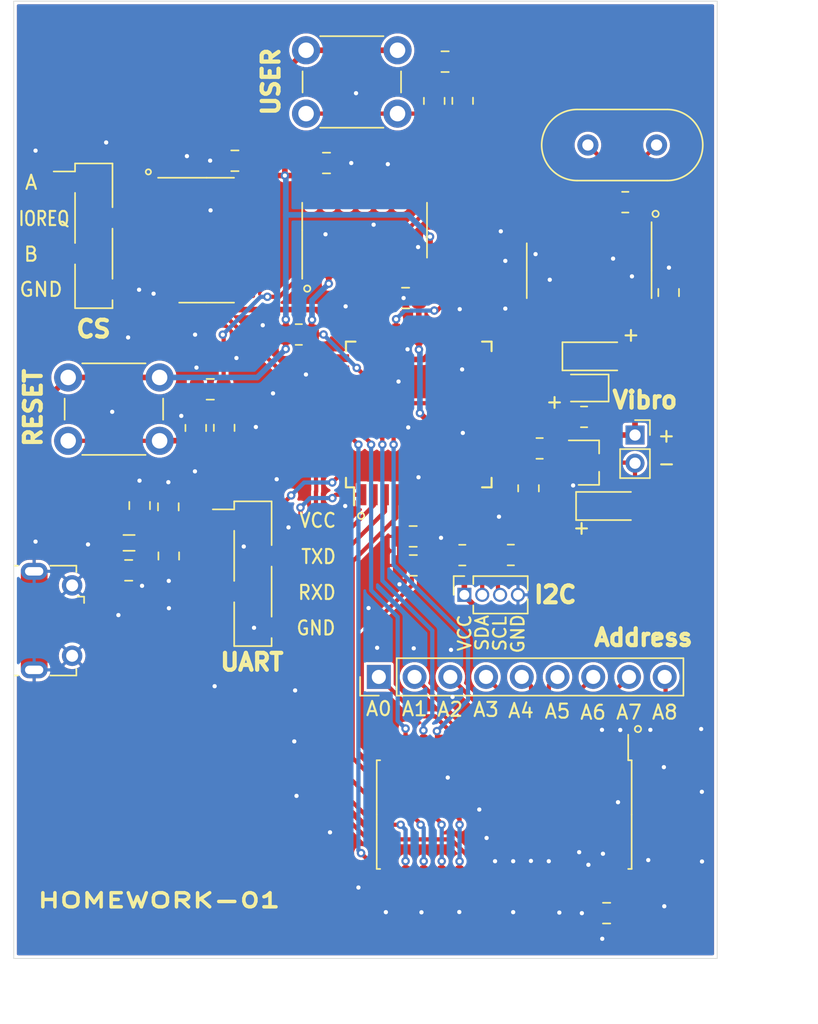
<source format=kicad_pcb>
(kicad_pcb (version 20171130) (host pcbnew "(5.1.12)-1")
  (layers (0 F.Cu signal) (31 B.Cu signal) (34 B.Paste user) (35 F.Paste user) (36 B.SilkS user) (37 F.SilkS user) (38 B.Mask user) (39 F.Mask user) (44 Edge.Cuts user))
  (net 0 "")
  (net 1 GND)
  (net 2 VCC)
  (net 3 SDA)
  (net 4 SCL)
  (net 5 "Net-(R4-Pad2)")
  (net 6 "Net-(R6-Pad2)")
  (net 7 ~RESET)
  (net 8 /D2)
  (net 9 /D1)
  (net 10 /D0)
  (net 11 /D7)
  (net 12 /D6)
  (net 13 /D5)
  (net 14 /D4)
  (net 15 /D3)
  (net 16 "Net-(C1-Pad1)")
  (net 17 "Net-(C5-Pad1)")
  (net 18 "Net-(C13-Pad1)")
  (net 19 "Net-(D1-Pad2)")
  (net 20 "Net-(D2-Pad1)")
  (net 21 "Net-(D3-Pad1)")
  (net 22 /A8)
  (net 23 /A7)
  (net 24 /A6)
  (net 25 /A5)
  (net 26 /A4)
  (net 27 /A3)
  (net 28 /A2)
  (net 29 /A1)
  (net 30 /A0)
  (net 31 TXD)
  (net 32 RXD)
  (net 33 /IOREQ)
  (net 34 /B)
  (net 35 /A)
  (net 36 "Net-(Q1-Pad1)")
  (net 37 LED)
  (net 38 "Net-(R10-Pad1)")
  (net 39 "Net-(R11-Pad2)")
  (net 40 "Net-(R11-Pad1)")
  (net 41 ~CSM)
  (net 42 Button1)
  (net 43 OSCIN)
  (net 44 ~CSP)
  (net 45 "Net-(U5-Pad4)")
  (module Resistor_SMD:R_0805_2012Metric (layer F.Cu) (at 137.778296 48.110796)
    (fp_text reference R11 hide)
    (fp_text value 1M hide)
    (pad 2 smd roundrect (at 0.9125 0) (size 1.025 1.4) (layers F.Cu F.Paste F.Mask) (roundrect_rratio 0.243902) (net 39 "Net-(R11-Pad2)"))
    (pad 1 smd roundrect (at -0.9125 0) (size 1.025 1.4) (layers F.Cu F.Paste F.Mask) (roundrect_rratio 0.243902) (net 40 "Net-(R11-Pad1)"))
  )
  (module Resistor_SMD:R_0805_2012Metric (layer F.Cu) (at 124.2 40.92 90)
    (fp_text reference R10 hide)
    (fp_text value 10k hide)
    (pad 2 smd roundrect (at 0.9125 0 90) (size 1.025 1.4) (layers F.Cu F.Paste F.Mask) (roundrect_rratio 0.243902) (net 1 GND))
    (pad 1 smd roundrect (at -0.9125 0 90) (size 1.025 1.4) (layers F.Cu F.Paste F.Mask) (roundrect_rratio 0.243902) (net 38 "Net-(R10-Pad1)"))
  )
  (module Resistor_SMD:R_0805_2012Metric (layer F.Cu) (at 126.22 40.9125 270)
    (fp_text reference R9 hide)
    (fp_text value 2.4K hide)
    (pad 2 smd roundrect (at 0.9125 0 270) (size 1.025 1.4) (layers F.Cu F.Paste F.Mask) (roundrect_rratio 0.243902) (net 38 "Net-(R10-Pad1)"))
    (pad 1 smd roundrect (at -0.9125 0 270) (size 1.025 1.4) (layers F.Cu F.Paste F.Mask) (roundrect_rratio 0.243902) (net 18 "Net-(C13-Pad1)"))
  )
  (module Resistor_SMD:R_0805_2012Metric (layer F.Cu) (at 107.25 64.1475 90)
    (fp_text reference R8 hide)
    (fp_text value 10k hide)
    (pad 2 smd roundrect (at 0.9125 0 90) (size 1.025 1.4) (layers F.Cu F.Paste F.Mask) (roundrect_rratio 0.243902) (net 1 GND))
    (pad 1 smd roundrect (at -0.9125 0 90) (size 1.025 1.4) (layers F.Cu F.Paste F.Mask) (roundrect_rratio 0.243902) (net 6 "Net-(R6-Pad2)"))
  )
  (module Resistor_SMD:R_0805_2012Metric (layer F.Cu) (at 114.5725 57.51 180)
    (fp_text reference R7 hide)
    (fp_text value 10k hide)
    (pad 2 smd roundrect (at 0.9125 0 180) (size 1.025 1.4) (layers F.Cu F.Paste F.Mask) (roundrect_rratio 0.243902) (net 2 VCC))
    (pad 1 smd roundrect (at -0.9125 0 180) (size 1.025 1.4) (layers F.Cu F.Paste F.Mask) (roundrect_rratio 0.243902) (net 7 ~RESET))
  )
  (module Resistor_SMD:R_0805_2012Metric (layer F.Cu) (at 109.27 64.1375 270)
    (fp_text reference R6 hide)
    (fp_text value 10k hide)
    (pad 2 smd roundrect (at 0.9125 0 270) (size 1.025 1.4) (layers F.Cu F.Paste F.Mask) (roundrect_rratio 0.243902) (net 6 "Net-(R6-Pad2)"))
    (pad 1 smd roundrect (at -0.9125 0 270) (size 1.025 1.4) (layers F.Cu F.Paste F.Mask) (roundrect_rratio 0.243902) (net 17 "Net-(C5-Pad1)"))
  )
  (module Resistor_SMD:R_0805_2012Metric (layer F.Cu) (at 131.69 65.6)
    (fp_text reference R5 hide)
    (fp_text value 5.1k hide)
    (pad 2 smd roundrect (at 0.9125 0) (size 1.025 1.4) (layers F.Cu F.Paste F.Mask) (roundrect_rratio 0.243902) (net 36 "Net-(Q1-Pad1)"))
    (pad 1 smd roundrect (at -0.9125 0) (size 1.025 1.4) (layers F.Cu F.Paste F.Mask) (roundrect_rratio 0.243902) (net 5 "Net-(R4-Pad2)"))
  )
  (module Resistor_SMD:R_0805_2012Metric (layer F.Cu) (at 130.9 68.4325 90)
    (fp_text reference R4 hide)
    (fp_text value 20k hide)
    (pad 2 smd roundrect (at 0.9125 0 90) (size 1.025 1.4) (layers F.Cu F.Paste F.Mask) (roundrect_rratio 0.243902) (net 5 "Net-(R4-Pad2)"))
    (pad 1 smd roundrect (at -0.9125 0 90) (size 1.025 1.4) (layers F.Cu F.Paste F.Mask) (roundrect_rratio 0.243902) (net 2 VCC))
  )
  (module Resistor_SMD:R_0805_2012Metric (layer F.Cu) (at 134.8475 63.36)
    (fp_text reference R3 hide)
    (fp_text value x hide)
    (pad 2 smd roundrect (at 0.9125 0) (size 1.025 1.4) (layers F.Cu F.Paste F.Mask) (roundrect_rratio 0.243902) (net 21 "Net-(D3-Pad1)"))
    (pad 1 smd roundrect (at -0.9125 0) (size 1.025 1.4) (layers F.Cu F.Paste F.Mask) (roundrect_rratio 0.243902) (net 37 LED))
  )
  (module Resistor_SMD:R_0805_2012Metric (layer F.Cu) (at 129.6425 73.17 180)
    (fp_text reference R2 hide)
    (fp_text value 4.7k hide)
    (pad 2 smd roundrect (at 0.9125 0 180) (size 1.025 1.4) (layers F.Cu F.Paste F.Mask) (roundrect_rratio 0.243902) (net 4 SCL))
    (pad 1 smd roundrect (at -0.9125 0 180) (size 1.025 1.4) (layers F.Cu F.Paste F.Mask) (roundrect_rratio 0.243902) (net 2 VCC))
  )
  (module Resistor_SMD:R_0805_2012Metric (layer F.Cu) (at 126.1925 73.18)
    (fp_text reference R1 hide)
    (fp_text value 4.7k hide)
    (pad 2 smd roundrect (at 0.9125 0) (size 1.025 1.4) (layers F.Cu F.Paste F.Mask) (roundrect_rratio 0.243902) (net 3 SDA))
    (pad 1 smd roundrect (at -0.9125 0) (size 1.025 1.4) (layers F.Cu F.Paste F.Mask) (roundrect_rratio 0.243902) (net 2 VCC))
  )
  (module Capacitor_SMD:C_0805_2012Metric (layer F.Cu) (at 124.97 38.13 180)
    (fp_text reference C13 hide)
    (fp_text value 1uF hide)
    (pad 2 smd roundrect (at 0.95 0 180) (size 1 1.45) (layers F.Cu F.Paste F.Mask) (net 1 GND))
    (pad 1 smd roundrect (at -0.95 0 180) (size 1 1.45) (layers F.Cu F.Paste F.Mask) (net 18 "Net-(C13-Pad1)"))
  )
  (module Capacitor_SMD:C_0805_2012Metric (layer F.Cu) (at 140.860796 54.53 90)
    (fp_text reference C12 hide)
    (fp_text value 100nF hide)
    (pad 2 smd roundrect (at 0.95 0 90) (size 1 1.45) (layers F.Cu F.Paste F.Mask) (net 1 GND))
    (pad 1 smd roundrect (at -0.95 0 90) (size 1 1.45) (layers F.Cu F.Paste F.Mask) (net 2 VCC))
  )
  (module Capacitor_SMD:C_0805_2012Metric (layer F.Cu) (at 110.030796 45.17 180)
    (fp_text reference C11 hide)
    (fp_text value 100nF hide)
    (pad 2 smd roundrect (at 0.95 0 180) (size 1 1.45) (layers F.Cu F.Paste F.Mask) (net 1 GND))
    (pad 1 smd roundrect (at -0.95 0 180) (size 1 1.45) (layers F.Cu F.Paste F.Mask) (net 2 VCC))
  )
  (module Capacitor_SMD:C_0805_2012Metric (layer F.Cu) (at 136.450796 98.609204 180)
    (fp_text reference C10 hide)
    (fp_text value 100nF hide)
    (pad 2 smd roundrect (at 0.95 0 180) (size 1 1.45) (layers F.Cu F.Paste F.Mask) (net 1 GND))
    (pad 1 smd roundrect (at -0.95 0 180) (size 1 1.45) (layers F.Cu F.Paste F.Mask) (net 2 VCC))
  )
  (module Capacitor_SMD:C_0805_2012Metric (layer F.Cu) (at 116.54 45.33)
    (fp_text reference C9 hide)
    (fp_text value 100nF hide)
    (pad 2 smd roundrect (at 0.95 0) (size 1 1.45) (layers F.Cu F.Paste F.Mask) (net 1 GND))
    (pad 1 smd roundrect (at -0.95 0) (size 1 1.45) (layers F.Cu F.Paste F.Mask) (net 2 VCC))
  )
  (module Capacitor_SMD:C_0805_2012Metric (layer F.Cu) (at 122.71 73.91 180)
    (fp_text reference C8 hide)
    (fp_text value 10uF hide)
    (pad 2 smd roundrect (at 0.95 0 180) (size 1 1.45) (layers F.Cu F.Paste F.Mask) (net 1 GND))
    (pad 1 smd roundrect (at -0.95 0 180) (size 1 1.45) (layers F.Cu F.Paste F.Mask) (net 2 VCC))
  )
  (module Capacitor_SMD:C_0805_2012Metric (layer F.Cu) (at 122.160796 54.92 180)
    (fp_text reference C7 hide)
    (fp_text value 100nF hide)
    (pad 2 smd roundrect (at 0.95 0 180) (size 1 1.45) (layers F.Cu F.Paste F.Mask) (net 1 GND))
    (pad 1 smd roundrect (at -0.95 0 180) (size 1 1.45) (layers F.Cu F.Paste F.Mask) (net 2 VCC))
  )
  (module Capacitor_SMD:C_0805_2012Metric (layer F.Cu) (at 122.7 71.85 180)
    (fp_text reference C6 hide)
    (fp_text value 100nF hide)
    (pad 2 smd roundrect (at 0.95 0 180) (size 1 1.45) (layers F.Cu F.Paste F.Mask) (net 1 GND))
    (pad 1 smd roundrect (at -0.95 0 180) (size 1 1.45) (layers F.Cu F.Paste F.Mask) (net 2 VCC))
  )
  (module Capacitor_SMD:C_0805_2012Metric (layer F.Cu) (at 108.28 61.4 180)
    (fp_text reference C5 hide)
    (fp_text value 220nF hide)
    (pad 2 smd roundrect (at 0.95 0 180) (size 1 1.45) (layers F.Cu F.Paste F.Mask) (net 1 GND))
    (pad 1 smd roundrect (at -0.95 0 180) (size 1 1.45) (layers F.Cu F.Paste F.Mask) (net 17 "Net-(C5-Pad1)"))
  )
  (module Capacitor_SMD:C_0805_2012Metric (layer F.Cu) (at 105.3 69.75 90)
    (fp_text reference C4 hide)
    (fp_text value 10uF hide)
    (pad 2 smd roundrect (at 0.95 0 90) (size 1 1.45) (layers F.Cu F.Paste F.Mask) (net 1 GND))
    (pad 1 smd roundrect (at -0.95 0 90) (size 1 1.45) (layers F.Cu F.Paste F.Mask) (net 2 VCC))
  )
  (module Capacitor_SMD:C_0805_2012Metric (layer F.Cu) (at 103.26 69.66 90)
    (fp_text reference C3 hide)
    (fp_text value 100nF hide)
    (pad 2 smd roundrect (at 0.95 0 90) (size 1 1.45) (layers F.Cu F.Paste F.Mask) (net 1 GND))
    (pad 1 smd roundrect (at -0.95 0 90) (size 1 1.45) (layers F.Cu F.Paste F.Mask) (net 2 VCC))
  )
  (module Capacitor_SMD:C_0805_2012Metric (layer F.Cu) (at 105.33 73.24 270)
    (fp_text reference C2 hide)
    (fp_text value 2.2nF hide)
    (pad 2 smd roundrect (at 0.95 0 270) (size 1 1.45) (layers F.Cu F.Paste F.Mask) (net 1 GND))
    (pad 1 smd roundrect (at -0.95 0 270) (size 1 1.45) (layers F.Cu F.Paste F.Mask) (net 2 VCC))
  )
  (module Capacitor_SMD:C_0805_2012Metric (layer F.Cu) (at 102.480796 74.26)
    (fp_text reference C1 hide)
    (fp_text value 2.2nF hide)
    (pad 2 smd roundrect (at 0.95 0) (size 1 1.45) (layers F.Cu F.Paste F.Mask) (net 1 GND))
    (pad 1 smd roundrect (at -0.95 0) (size 1 1.45) (layers F.Cu F.Paste F.Mask) (net 16 "Net-(C1-Pad1)"))
  )
  (module Crystal:Crystal_HC49-4H_Vertical (layer F.Cu) (at 140.000796 44.050796 180)
    (fp_text reference Y1 hide)
    (fp_text value 4MHz hide)
    (pad 2 thru_hole circle (at 4.88 0 180) (size 1.5 1.5) (drill 0.8) (layers *.Cu *.Mask) (net 40 "Net-(R11-Pad1)"))
    (pad 1 thru_hole circle (at 0 0 180) (size 1.5 1.5) (drill 0.8) (layers *.Cu *.Mask) (net 39 "Net-(R11-Pad2)"))
  )
  (module Package_SO:SO-14_3.9x8.65mm_P1.27mm (layer F.Cu) (at 135.210796 52.980796 270)
    (fp_text reference U5 hide)
    (fp_text value 74HC14 hide)
    (pad 14 smd roundrect (at 2.475 -3.81 270) (size 1.95 0.6) (layers F.Cu F.Paste F.Mask) (net 2 VCC))
    (pad 13 smd roundrect (at 2.475 -2.54 270) (size 1.95 0.6) (layers F.Cu F.Paste F.Mask))
    (pad 12 smd roundrect (at 2.475 -1.27 270) (size 1.95 0.6) (layers F.Cu F.Paste F.Mask))
    (pad 11 smd roundrect (at 2.475 0 270) (size 1.95 0.6) (layers F.Cu F.Paste F.Mask))
    (pad 10 smd roundrect (at 2.475 1.27 270) (size 1.95 0.6) (layers F.Cu F.Paste F.Mask))
    (pad 9 smd roundrect (at 2.475 2.54 270) (size 1.95 0.6) (layers F.Cu F.Paste F.Mask))
    (pad 8 smd roundrect (at 2.475 3.81 270) (size 1.95 0.6) (layers F.Cu F.Paste F.Mask))
    (pad 7 smd roundrect (at -2.475 3.81 270) (size 1.95 0.6) (layers F.Cu F.Paste F.Mask) (net 1 GND))
    (pad 6 smd roundrect (at -2.475 2.54 270) (size 1.95 0.6) (layers F.Cu F.Paste F.Mask) (net 43 OSCIN))
    (pad 5 smd roundrect (at -2.475 1.27 270) (size 1.95 0.6) (layers F.Cu F.Paste F.Mask) (net 45 "Net-(U5-Pad4)"))
    (pad 4 smd roundrect (at -2.475 0 270) (size 1.95 0.6) (layers F.Cu F.Paste F.Mask) (net 45 "Net-(U5-Pad4)"))
    (pad 3 smd roundrect (at -2.475 -1.27 270) (size 1.95 0.6) (layers F.Cu F.Paste F.Mask) (net 40 "Net-(R11-Pad1)"))
    (pad 2 smd roundrect (at -2.475 -2.54 270) (size 1.95 0.6) (layers F.Cu F.Paste F.Mask) (net 40 "Net-(R11-Pad1)"))
    (pad 1 smd roundrect (at -2.475 -3.81 270) (size 1.95 0.6) (layers F.Cu F.Paste F.Mask) (net 39 "Net-(R11-Pad2)"))
  )
  (module Package_SO:SO-14_3.9x8.65mm_P1.27mm (layer F.Cu) (at 108.02 50.81)
    (fp_text reference U4 hide)
    (fp_text value 74HC00 hide)
    (pad 14 smd roundrect (at 2.475 -3.81) (size 1.95 0.6) (layers F.Cu F.Paste F.Mask) (net 2 VCC))
    (pad 13 smd roundrect (at 2.475 -2.54) (size 1.95 0.6) (layers F.Cu F.Paste F.Mask))
    (pad 12 smd roundrect (at 2.475 -1.27) (size 1.95 0.6) (layers F.Cu F.Paste F.Mask))
    (pad 11 smd roundrect (at 2.475 0) (size 1.95 0.6) (layers F.Cu F.Paste F.Mask))
    (pad 10 smd roundrect (at 2.475 1.27) (size 1.95 0.6) (layers F.Cu F.Paste F.Mask))
    (pad 9 smd roundrect (at 2.475 2.54) (size 1.95 0.6) (layers F.Cu F.Paste F.Mask))
    (pad 8 smd roundrect (at 2.475 3.81) (size 1.95 0.6) (layers F.Cu F.Paste F.Mask))
    (pad 7 smd roundrect (at -2.475 3.81) (size 1.95 0.6) (layers F.Cu F.Paste F.Mask) (net 1 GND))
    (pad 6 smd roundrect (at -2.475 2.54) (size 1.95 0.6) (layers F.Cu F.Paste F.Mask) (net 41 ~CSM))
    (pad 5 smd roundrect (at -2.475 1.27) (size 1.95 0.6) (layers F.Cu F.Paste F.Mask) (net 34 /B))
    (pad 4 smd roundrect (at -2.475 0) (size 1.95 0.6) (layers F.Cu F.Paste F.Mask) (net 33 /IOREQ))
    (pad 3 smd roundrect (at -2.475 -1.27) (size 1.95 0.6) (layers F.Cu F.Paste F.Mask) (net 44 ~CSP))
    (pad 2 smd roundrect (at -2.475 -2.54) (size 1.95 0.6) (layers F.Cu F.Paste F.Mask) (net 33 /IOREQ))
    (pad 1 smd roundrect (at -2.475 -3.81) (size 1.95 0.6) (layers F.Cu F.Paste F.Mask) (net 35 /A))
  )
  (module Package_SO:SO-14_3.9x8.65mm_P1.27mm (layer F.Cu) (at 119.25 50.1 90)
    (fp_text reference U3 hide)
    (fp_text value 74HC14 hide)
    (pad 14 smd roundrect (at 2.475 -3.81 90) (size 1.95 0.6) (layers F.Cu F.Paste F.Mask) (net 2 VCC))
    (pad 13 smd roundrect (at 2.475 -2.54 90) (size 1.95 0.6) (layers F.Cu F.Paste F.Mask))
    (pad 12 smd roundrect (at 2.475 -1.27 90) (size 1.95 0.6) (layers F.Cu F.Paste F.Mask))
    (pad 11 smd roundrect (at 2.475 0 90) (size 1.95 0.6) (layers F.Cu F.Paste F.Mask))
    (pad 10 smd roundrect (at 2.475 1.27 90) (size 1.95 0.6) (layers F.Cu F.Paste F.Mask))
    (pad 9 smd roundrect (at 2.475 2.54 90) (size 1.95 0.6) (layers F.Cu F.Paste F.Mask))
    (pad 8 smd roundrect (at 2.475 3.81 90) (size 1.95 0.6) (layers F.Cu F.Paste F.Mask))
    (pad 7 smd roundrect (at -2.475 3.81 90) (size 1.95 0.6) (layers F.Cu F.Paste F.Mask) (net 1 GND))
    (pad 6 smd roundrect (at -2.475 2.54 90) (size 1.95 0.6) (layers F.Cu F.Paste F.Mask))
    (pad 5 smd roundrect (at -2.475 1.27 90) (size 1.95 0.6) (layers F.Cu F.Paste F.Mask))
    (pad 4 smd roundrect (at -2.475 0 90) (size 1.95 0.6) (layers F.Cu F.Paste F.Mask) (net 42 Button1))
    (pad 3 smd roundrect (at -2.475 -1.27 90) (size 1.95 0.6) (layers F.Cu F.Paste F.Mask) (net 18 "Net-(C13-Pad1)"))
    (pad 2 smd roundrect (at -2.475 -2.54 90) (size 1.95 0.6) (layers F.Cu F.Paste F.Mask) (net 7 ~RESET))
    (pad 1 smd roundrect (at -2.475 -3.81 90) (size 1.95 0.6) (layers F.Cu F.Paste F.Mask) (net 17 "Net-(C5-Pad1)"))
  )
  (module Package_QFP:TQFP-44_10x10mm_P0.8mm (layer F.Cu) (at 123.1 63.19 90)
    (fp_text reference U2 hide)
    (fp_text value PIC18F4550-IPT hide)
    (pad 44 smd rect (at -4 -5.7 180) (size 1.5 0.55) (layers F.Cu F.Paste F.Mask) (net 31 TXD))
    (pad 43 smd rect (at -3.2 -5.7 180) (size 1.5 0.55) (layers F.Cu F.Paste F.Mask))
    (pad 42 smd rect (at -2.4 -5.7 180) (size 1.5 0.55) (layers F.Cu F.Paste F.Mask))
    (pad 41 smd rect (at -1.6 -5.7 180) (size 1.5 0.55) (layers F.Cu F.Paste F.Mask) (net 15 /D3))
    (pad 40 smd rect (at -0.8 -5.7 180) (size 1.5 0.55) (layers F.Cu F.Paste F.Mask) (net 8 /D2))
    (pad 39 smd rect (at 0 -5.7 180) (size 1.5 0.55) (layers F.Cu F.Paste F.Mask) (net 9 /D1))
    (pad 38 smd rect (at 0.8 -5.7 180) (size 1.5 0.55) (layers F.Cu F.Paste F.Mask) (net 10 /D0))
    (pad 37 smd rect (at 1.6 -5.7 180) (size 1.5 0.55) (layers F.Cu F.Paste F.Mask))
    (pad 36 smd rect (at 2.4 -5.7 180) (size 1.5 0.55) (layers F.Cu F.Paste F.Mask))
    (pad 35 smd rect (at 3.2 -5.7 180) (size 1.5 0.55) (layers F.Cu F.Paste F.Mask))
    (pad 34 smd rect (at 4 -5.7 180) (size 1.5 0.55) (layers F.Cu F.Paste F.Mask))
    (pad 33 smd rect (at 5.7 -4 90) (size 1.5 0.55) (layers F.Cu F.Paste F.Mask))
    (pad 32 smd rect (at 5.7 -3.2 90) (size 1.5 0.55) (layers F.Cu F.Paste F.Mask) (net 42 Button1))
    (pad 31 smd rect (at 5.7 -2.4 90) (size 1.5 0.55) (layers F.Cu F.Paste F.Mask))
    (pad 30 smd rect (at 5.7 -1.6 90) (size 1.5 0.55) (layers F.Cu F.Paste F.Mask) (net 43 OSCIN))
    (pad 29 smd rect (at 5.7 -0.8 90) (size 1.5 0.55) (layers F.Cu F.Paste F.Mask) (net 1 GND))
    (pad 28 smd rect (at 5.7 0 90) (size 1.5 0.55) (layers F.Cu F.Paste F.Mask) (net 2 VCC))
    (pad 27 smd rect (at 5.7 0.8 90) (size 1.5 0.55) (layers F.Cu F.Paste F.Mask) (net 44 ~CSP))
    (pad 26 smd rect (at 5.7 1.6 90) (size 1.5 0.55) (layers F.Cu F.Paste F.Mask))
    (pad 25 smd rect (at 5.7 2.4 90) (size 1.5 0.55) (layers F.Cu F.Paste F.Mask))
    (pad 24 smd rect (at 5.7 3.2 90) (size 1.5 0.55) (layers F.Cu F.Paste F.Mask))
    (pad 23 smd rect (at 5.7 4 90) (size 1.5 0.55) (layers F.Cu F.Paste F.Mask))
    (pad 22 smd rect (at 4 5.7 180) (size 1.5 0.55) (layers F.Cu F.Paste F.Mask))
    (pad 21 smd rect (at 3.2 5.7 180) (size 1.5 0.55) (layers F.Cu F.Paste F.Mask))
    (pad 20 smd rect (at 2.4 5.7 180) (size 1.5 0.55) (layers F.Cu F.Paste F.Mask))
    (pad 19 smd rect (at 1.6 5.7 180) (size 1.5 0.55) (layers F.Cu F.Paste F.Mask) (net 37 LED))
    (pad 18 smd rect (at 0.8 5.7 180) (size 1.5 0.55) (layers F.Cu F.Paste F.Mask) (net 7 ~RESET))
    (pad 17 smd rect (at 0 5.7 180) (size 1.5 0.55) (layers F.Cu F.Paste F.Mask))
    (pad 16 smd rect (at -0.8 5.7 180) (size 1.5 0.55) (layers F.Cu F.Paste F.Mask))
    (pad 15 smd rect (at -1.6 5.7 180) (size 1.5 0.55) (layers F.Cu F.Paste F.Mask))
    (pad 14 smd rect (at -2.4 5.7 180) (size 1.5 0.55) (layers F.Cu F.Paste F.Mask) (net 5 "Net-(R4-Pad2)"))
    (pad 13 smd rect (at -3.2 5.7 180) (size 1.5 0.55) (layers F.Cu F.Paste F.Mask))
    (pad 12 smd rect (at -4 5.7 180) (size 1.5 0.55) (layers F.Cu F.Paste F.Mask))
    (pad 11 smd rect (at -5.7 4 90) (size 1.5 0.55) (layers F.Cu F.Paste F.Mask))
    (pad 10 smd rect (at -5.7 3.2 90) (size 1.5 0.55) (layers F.Cu F.Paste F.Mask))
    (pad 9 smd rect (at -5.7 2.4 90) (size 1.5 0.55) (layers F.Cu F.Paste F.Mask) (net 4 SCL))
    (pad 8 smd rect (at -5.7 1.6 90) (size 1.5 0.55) (layers F.Cu F.Paste F.Mask) (net 3 SDA))
    (pad 7 smd rect (at -5.7 0.8 90) (size 1.5 0.55) (layers F.Cu F.Paste F.Mask) (net 2 VCC))
    (pad 6 smd rect (at -5.7 0 90) (size 1.5 0.55) (layers F.Cu F.Paste F.Mask) (net 1 GND))
    (pad 5 smd rect (at -5.7 -0.8 90) (size 1.5 0.55) (layers F.Cu F.Paste F.Mask) (net 11 /D7))
    (pad 4 smd rect (at -5.7 -1.6 90) (size 1.5 0.55) (layers F.Cu F.Paste F.Mask) (net 12 /D6))
    (pad 3 smd rect (at -5.7 -2.4 90) (size 1.5 0.55) (layers F.Cu F.Paste F.Mask) (net 13 /D5))
    (pad 2 smd rect (at -5.7 -3.2 90) (size 1.5 0.55) (layers F.Cu F.Paste F.Mask) (net 14 /D4))
    (pad 1 smd rect (at -5.7 -4 90) (size 1.5 0.55) (layers F.Cu F.Paste F.Mask) (net 32 RXD))
  )
  (module Package_SO:SOIC-28W_7.5x17.9mm_P1.27mm (layer F.Cu) (at 129.170796 91.609204 270)
    (fp_text reference U1 hide)
    (fp_text value uPD25608 hide)
    (pad 28 smd roundrect (at 4.65 -8.255 270) (size 2.05 0.6) (layers F.Cu F.Paste F.Mask) (net 2 VCC))
    (pad 27 smd roundrect (at 4.65 -6.985 270) (size 2.05 0.6) (layers F.Cu F.Paste F.Mask) (net 1 GND))
    (pad 26 smd roundrect (at 4.65 -5.715 270) (size 2.05 0.6) (layers F.Cu F.Paste F.Mask) (net 1 GND))
    (pad 25 smd roundrect (at 4.65 -4.445 270) (size 2.05 0.6) (layers F.Cu F.Paste F.Mask) (net 22 /A8))
    (pad 24 smd roundrect (at 4.65 -3.175 270) (size 2.05 0.6) (layers F.Cu F.Paste F.Mask) (net 1 GND))
    (pad 23 smd roundrect (at 4.65 -1.905 270) (size 2.05 0.6) (layers F.Cu F.Paste F.Mask) (net 1 GND))
    (pad 22 smd roundrect (at 4.65 -0.635 270) (size 2.05 0.6) (layers F.Cu F.Paste F.Mask) (net 1 GND))
    (pad 21 smd roundrect (at 4.65 0.635 270) (size 2.05 0.6) (layers F.Cu F.Paste F.Mask) (net 1 GND))
    (pad 20 smd roundrect (at 4.65 1.905 270) (size 2.05 0.6) (layers F.Cu F.Paste F.Mask) (net 41 ~CSM))
    (pad 19 smd roundrect (at 4.65 3.175 270) (size 2.05 0.6) (layers F.Cu F.Paste F.Mask) (net 11 /D7))
    (pad 18 smd roundrect (at 4.65 4.445 270) (size 2.05 0.6) (layers F.Cu F.Paste F.Mask) (net 12 /D6))
    (pad 17 smd roundrect (at 4.65 5.715 270) (size 2.05 0.6) (layers F.Cu F.Paste F.Mask) (net 13 /D5))
    (pad 16 smd roundrect (at 4.65 6.985 270) (size 2.05 0.6) (layers F.Cu F.Paste F.Mask) (net 14 /D4))
    (pad 15 smd roundrect (at 4.65 8.255 270) (size 2.05 0.6) (layers F.Cu F.Paste F.Mask) (net 15 /D3))
    (pad 14 smd roundrect (at -4.65 8.255 270) (size 2.05 0.6) (layers F.Cu F.Paste F.Mask) (net 1 GND))
    (pad 13 smd roundrect (at -4.65 6.985 270) (size 2.05 0.6) (layers F.Cu F.Paste F.Mask) (net 8 /D2))
    (pad 12 smd roundrect (at -4.65 5.715 270) (size 2.05 0.6) (layers F.Cu F.Paste F.Mask) (net 9 /D1))
    (pad 11 smd roundrect (at -4.65 4.445 270) (size 2.05 0.6) (layers F.Cu F.Paste F.Mask) (net 10 /D0))
    (pad 10 smd roundrect (at -4.65 3.175 270) (size 2.05 0.6) (layers F.Cu F.Paste F.Mask) (net 30 /A0))
    (pad 9 smd roundrect (at -4.65 1.905 270) (size 2.05 0.6) (layers F.Cu F.Paste F.Mask) (net 29 /A1))
    (pad 8 smd roundrect (at -4.65 0.635 270) (size 2.05 0.6) (layers F.Cu F.Paste F.Mask) (net 28 /A2))
    (pad 7 smd roundrect (at -4.65 -0.635 270) (size 2.05 0.6) (layers F.Cu F.Paste F.Mask) (net 27 /A3))
    (pad 6 smd roundrect (at -4.65 -1.905 270) (size 2.05 0.6) (layers F.Cu F.Paste F.Mask) (net 26 /A4))
    (pad 5 smd roundrect (at -4.65 -3.175 270) (size 2.05 0.6) (layers F.Cu F.Paste F.Mask) (net 25 /A5))
    (pad 4 smd roundrect (at -4.65 -4.445 270) (size 2.05 0.6) (layers F.Cu F.Paste F.Mask) (net 24 /A6))
    (pad 3 smd roundrect (at -4.65 -5.715 270) (size 2.05 0.6) (layers F.Cu F.Paste F.Mask) (net 23 /A7))
    (pad 2 smd roundrect (at -4.65 -6.985 270) (size 2.05 0.6) (layers F.Cu F.Paste F.Mask) (net 1 GND))
    (pad 1 smd roundrect (at -4.65 -8.255 270) (size 2.05 0.6) (layers F.Cu F.Paste F.Mask) (net 1 GND))
  )
  (module Button_Switch_THT:SW_PUSH_6mm_H4.3mm (layer F.Cu) (at 115.09 37.32)
    (fp_text reference SW2 hide)
    (fp_text value Userbutton hide)
    (pad 1 thru_hole circle (at 6.5 0 90) (size 2 2) (drill 1.1) (layers *.Cu *.Mask) (net 2 VCC))
    (pad 2 thru_hole circle (at 6.5 4.5 90) (size 2 2) (drill 1.1) (layers *.Cu *.Mask) (net 38 "Net-(R10-Pad1)"))
    (pad 1 thru_hole circle (at 0 0 90) (size 2 2) (drill 1.1) (layers *.Cu *.Mask) (net 2 VCC))
    (pad 2 thru_hole circle (at 0 4.5 90) (size 2 2) (drill 1.1) (layers *.Cu *.Mask) (net 38 "Net-(R10-Pad1)"))
  )
  (module Button_Switch_THT:SW_PUSH_6mm_H4.3mm (layer F.Cu) (at 98.18 60.56)
    (fp_text reference SW1 hide)
    (fp_text value Resetbutton hide)
    (pad 1 thru_hole circle (at 6.5 0 90) (size 2 2) (drill 1.1) (layers *.Cu *.Mask) (net 2 VCC))
    (pad 2 thru_hole circle (at 6.5 4.5 90) (size 2 2) (drill 1.1) (layers *.Cu *.Mask) (net 6 "Net-(R6-Pad2)"))
    (pad 1 thru_hole circle (at 0 0 90) (size 2 2) (drill 1.1) (layers *.Cu *.Mask) (net 2 VCC))
    (pad 2 thru_hole circle (at 0 4.5 90) (size 2 2) (drill 1.1) (layers *.Cu *.Mask) (net 6 "Net-(R6-Pad2)"))
  )
  (module Package_TO_SOT_SMD:SOT-23 (layer F.Cu) (at 135.16 66.61)
    (fp_text reference Q1 hide)
    (fp_text value SS8050 hide)
    (pad 3 smd rect (at 1 0) (size 0.9 0.8) (layers F.Cu F.Paste F.Mask) (net 19 "Net-(D1-Pad2)"))
    (pad 2 smd rect (at -1 0.95) (size 0.9 0.8) (layers F.Cu F.Paste F.Mask) (net 1 GND))
    (pad 1 smd rect (at -1 -0.95) (size 0.9 0.8) (layers F.Cu F.Paste F.Mask) (net 36 "Net-(Q1-Pad1)"))
  )
  (module Connector_PinHeader_2.54mm:PinHeader_1x04_P2.54mm_Vertical_SMD_Pin1Left (layer F.Cu) (at 100 50.5)
    (fp_text reference J6 hide)
    (fp_text value "CS Connector" hide)
    (pad 4 smd rect (at 1.655 3.81) (size 2.51 1) (layers F.Cu F.Paste F.Mask) (net 1 GND))
    (pad 2 smd rect (at 1.655 -1.27) (size 2.51 1) (layers F.Cu F.Paste F.Mask) (net 33 /IOREQ))
    (pad 3 smd rect (at -1.655 1.27) (size 2.51 1) (layers F.Cu F.Paste F.Mask) (net 34 /B))
    (pad 1 smd rect (at -1.655 -3.81) (size 2.51 1) (layers F.Cu F.Paste F.Mask) (net 35 /A))
  )
  (module Connector_PinHeader_2.54mm:PinHeader_1x04_P2.54mm_Vertical_SMD_Pin1Left (layer F.Cu) (at 111.310796 74.5)
    (fp_text reference J5 hide)
    (fp_text value "UART Connector" hide)
    (pad 4 smd rect (at 1.655 3.81) (size 2.51 1) (layers F.Cu F.Paste F.Mask) (net 1 GND))
    (pad 2 smd rect (at 1.655 -1.27) (size 2.51 1) (layers F.Cu F.Paste F.Mask) (net 31 TXD))
    (pad 3 smd rect (at -1.655 1.27) (size 2.51 1) (layers F.Cu F.Paste F.Mask) (net 32 RXD))
    (pad 1 smd rect (at -1.655 -3.81) (size 2.51 1) (layers F.Cu F.Paste F.Mask) (net 2 VCC))
  )
  (module Connector_PinSocket_2.00mm:PinSocket_1x02_P2.00mm_Vertical (layer F.Cu) (at 138.47 64.65)
    (fp_text reference J4 hide)
    (fp_text value "Vibration Motor Connect" hide)
    (pad 2 thru_hole oval (at 0 2) (size 1.35 1.35) (drill 0.8) (layers *.Cu *.Mask) (net 19 "Net-(D1-Pad2)"))
    (pad 1 thru_hole rect (at 0 0) (size 1.35 1.35) (drill 0.8) (layers *.Cu *.Mask) (net 2 VCC))
  )
  (module Connector_PinHeader_2.54mm:PinHeader_1x09_P2.54mm_Vertical (layer F.Cu) (at 120.260796 81.83 90)
    (fp_text reference J3 hide)
    (fp_text value "Address Connector" hide)
    (pad 9 thru_hole oval (at 0 20.32 90) (size 1.7 1.7) (drill 1) (layers *.Cu *.Mask) (net 22 /A8))
    (pad 8 thru_hole oval (at 0 17.78 90) (size 1.7 1.7) (drill 1) (layers *.Cu *.Mask) (net 23 /A7))
    (pad 7 thru_hole oval (at 0 15.24 90) (size 1.7 1.7) (drill 1) (layers *.Cu *.Mask) (net 24 /A6))
    (pad 6 thru_hole oval (at 0 12.7 90) (size 1.7 1.7) (drill 1) (layers *.Cu *.Mask) (net 25 /A5))
    (pad 5 thru_hole oval (at 0 10.16 90) (size 1.7 1.7) (drill 1) (layers *.Cu *.Mask) (net 26 /A4))
    (pad 4 thru_hole oval (at 0 7.62 90) (size 1.7 1.7) (drill 1) (layers *.Cu *.Mask) (net 27 /A3))
    (pad 3 thru_hole oval (at 0 5.08 90) (size 1.7 1.7) (drill 1) (layers *.Cu *.Mask) (net 28 /A2))
    (pad 2 thru_hole oval (at 0 2.54 90) (size 1.7 1.7) (drill 1) (layers *.Cu *.Mask) (net 29 /A1))
    (pad 1 thru_hole rect (at 0 0 90) (size 1.7 1.7) (drill 1) (layers *.Cu *.Mask) (net 30 /A0))
  )
  (module Connector_USB:USB_Micro-B_Molex-105017-0001 (layer F.Cu) (at 97 77.83 270)
    (fp_text reference J2 hide)
    (fp_text value USB_B_Micro hide)
    (pad 6 smd rect (at -2.9 1.2375 270) (size 1.2 1.9) (layers F.Cu F.Mask) (net 1 GND))
    (pad 6 smd rect (at 2.9 1.2375 270) (size 1.2 1.9) (layers F.Cu F.Mask) (net 1 GND))
    (pad 6 thru_hole oval (at 3.5 1.2375 270) (size 1.2 1.9) (drill oval 0.6 1.3) (layers *.Cu *.Mask) (net 1 GND))
    (pad 6 thru_hole oval (at -3.5 1.2375 90) (size 1.2 1.9) (drill oval 0.6 1.3) (layers *.Cu *.Mask) (net 1 GND))
    (pad 6 smd rect (at -1 1.2375 270) (size 1.5 1.9) (layers F.Cu F.Paste F.Mask) (net 1 GND))
    (pad 6 thru_hole circle (at 2.5 -1.4625 270) (size 1.45 1.45) (drill 0.85) (layers *.Cu *.Mask) (net 1 GND))
    (pad 3 smd rect (at 0 -1.4625 270) (size 0.4 1.35) (layers F.Cu F.Paste F.Mask))
    (pad 4 smd rect (at 0.65 -1.4625 270) (size 0.4 1.35) (layers F.Cu F.Paste F.Mask))
    (pad 5 smd rect (at 1.3 -1.4625 270) (size 0.4 1.35) (layers F.Cu F.Paste F.Mask) (net 1 GND))
    (pad 1 smd rect (at -1.3 -1.4625 270) (size 0.4 1.35) (layers F.Cu F.Paste F.Mask) (net 16 "Net-(C1-Pad1)"))
    (pad 2 smd rect (at -0.65 -1.4625 270) (size 0.4 1.35) (layers F.Cu F.Paste F.Mask))
    (pad 6 thru_hole circle (at -2.5 -1.4625 270) (size 1.45 1.45) (drill 0.85) (layers *.Cu *.Mask) (net 1 GND))
    (pad 6 smd rect (at 1 1.2375 270) (size 1.5 1.9) (layers F.Cu F.Paste F.Mask) (net 1 GND))
  )
  (module Connector_PinSocket_1.27mm:PinSocket_1x04_P1.27mm_Vertical (layer F.Cu) (at 126.34 76 90)
    (fp_text reference J1 hide)
    (fp_text value "I2C Connector" hide)
    (pad 4 thru_hole oval (at 0 3.81 90) (size 1 1) (drill 0.7) (layers *.Cu *.Mask) (net 1 GND))
    (pad 3 thru_hole oval (at 0 2.54 90) (size 1 1) (drill 0.7) (layers *.Cu *.Mask) (net 4 SCL))
    (pad 2 thru_hole oval (at 0 1.27 90) (size 1 1) (drill 0.7) (layers *.Cu *.Mask) (net 3 SDA))
    (pad 1 thru_hole rect (at 0 0 90) (size 1 1) (drill 0.7) (layers *.Cu *.Mask) (net 2 VCC))
  )
  (module Inductor_SMD:L_0805_2012Metric (layer F.Cu) (at 102.5075 72.31 180)
    (fp_text reference FB1 hide)
    (fp_text value "Ferrite bead" hide)
    (pad 2 smd roundrect (at 1.0625 0 180) (size 0.875 1.2) (layers F.Cu F.Paste F.Mask) (net 16 "Net-(C1-Pad1)"))
    (pad 1 smd roundrect (at -1.0625 0 180) (size 0.875 1.2) (layers F.Cu F.Paste F.Mask) (net 2 VCC))
  )
  (module LED_SMD:LED_0805_2012Metric (layer F.Cu) (at 134.91 61.31 180)
    (fp_text reference D3 hide)
    (fp_text value BZ-C0805-G3-E1 hide)
    (pad 2 smd roundrect (at 0.9375 0 180) (size 0.975 1.4) (layers F.Cu F.Paste F.Mask) (net 20 "Net-(D2-Pad1)"))
    (pad 1 smd roundrect (at -0.9375 0 180) (size 0.975 1.4) (layers F.Cu F.Paste F.Mask) (net 21 "Net-(D3-Pad1)"))
  )
  (module Diode_SMD:D_SOD-123 (layer F.Cu) (at 135.56 59.06)
    (fp_text reference D2 hide)
    (fp_text value FM4004-M hide)
    (pad 2 smd rect (at 1.65 0) (size 0.9 1.2) (layers F.Cu F.Paste F.Mask) (net 2 VCC))
    (pad 1 smd rect (at -1.65 0) (size 0.9 1.2) (layers F.Cu F.Paste F.Mask) (net 20 "Net-(D2-Pad1)"))
  )
  (module Diode_SMD:D_SOD-123 (layer F.Cu) (at 136.530796 69.69)
    (fp_text reference D1 hide)
    (fp_text value "FM4004-M (flyback)" hide)
    (pad 2 smd rect (at 1.65 0) (size 0.9 1.2) (layers F.Cu F.Paste F.Mask) (net 19 "Net-(D1-Pad2)"))
    (pad 1 smd rect (at -1.65 0) (size 0.9 1.2) (layers F.Cu F.Paste F.Mask) (net 2 VCC))
  )
  (gr_text - (at 140.710796 66.66) (layer F.SilkS) (effects (font (size 1 1))))
  (gr_text + (at 140.700796 64.67) (layer F.SilkS) (effects (font (size 1 1))))
  (gr_text Vibro (at 139.170796 62.16) (layer F.SilkS) (effects (font (size 1.2 1.2) (thickness 0.3))))
  (gr_text "А. А. И." (at 104.590796 100.08) (layer F.Cu) (effects (font (size 1.2 1.5) (thickness 0.25))))
  (gr_text HOMEWORK-01 (at 104.630796 97.71) (layer F.SilkS) (effects (font (size 1 1.5) (thickness 0.25))))
  (gr_text + (at 132.750796 62.26) (layer F.SilkS) (effects (font (size 1 1))))
  (gr_text + (at 138.180796 57.5) (layer F.SilkS) (effects (font (size 1 1))))
  (gr_text + (at 134.670796 71.21) (layer F.SilkS) (effects (font (size 1 1))))
  (gr_circle (center 138.680796 85.53) (end 138.870796 85.65) (layer F.SilkS) (width 0.12))
  (gr_circle (center 119.000796 70.39) (end 119.190796 70.51) (layer F.SilkS) (width 0.12))
  (gr_circle (center 139.930796 48.94) (end 140.120796 49.06) (layer F.SilkS) (width 0.12))
  (gr_circle (center 115.170796 54.25) (end 115.360796 54.37) (layer F.SilkS) (width 0.12))
  (gr_circle (center 103.880796 45.96) (end 104.030796 46.07) (layer F.SilkS) (width 0.12))
  (gr_text CS (at 99.980796 57.12) (layer F.SilkS) (effects (font (size 1.2 1.2) (thickness 0.3))))
  (gr_text USER (at 112.590796 39.55 90) (layer F.SilkS) (effects (font (size 1.2 1.2) (thickness 0.3))))
  (gr_text RESET (at 95.690796 62.71 90) (layer F.SilkS) (effects (font (size 1.2 1.2) (thickness 0.3))))
  (gr_text "GND\n" (at 115.790796 78.36) (layer F.SilkS) (effects (font (size 1 0.9))))
  (gr_text RXD (at 115.860796 75.84) (layer F.SilkS) (effects (font (size 1 0.9))))
  (gr_text TXD (at 115.980796 73.29) (layer F.SilkS) (effects (font (size 1 0.9))))
  (gr_text VCC (at 115.920796 70.72) (layer F.SilkS) (effects (font (size 1 0.9))))
  (gr_text UART (at 111.240796 80.78) (layer F.SilkS) (effects (font (size 1.2 1.2) (thickness 0.3))))
  (gr_text "A8\n" (at 140.590796 84.34) (layer F.SilkS) (effects (font (size 1 1))))
  (gr_text A7 (at 138.040796 84.34) (layer F.SilkS) (effects (font (size 1 1))))
  (gr_text A6 (at 135.490796 84.35) (layer F.SilkS) (effects (font (size 1 1))))
  (gr_text A5 (at 132.960796 84.27) (layer F.SilkS) (effects (font (size 1 1))))
  (gr_text A4 (at 130.360796 84.23) (layer F.SilkS) (effects (font (size 1 1))))
  (gr_text A3 (at 127.880796 84.15) (layer F.SilkS) (effects (font (size 1 1))))
  (gr_text A2 (at 125.330796 84.14) (layer F.SilkS) (effects (font (size 1 1))))
  (gr_text A1 (at 122.810796 84.1) (layer F.SilkS) (effects (font (size 1 1))))
  (gr_text A0 (at 120.260796 84.09) (layer F.SilkS) (effects (font (size 1 1))))
  (gr_text Address (at 139.060796 79.03) (layer F.SilkS) (effects (font (size 1.2 1.2) (thickness 0.3))))
  (gr_text I2C (at 132.800796 75.99) (layer F.SilkS) (effects (font (size 1.2 1.2) (thickness 0.3))))
  (gr_text GND (at 130.140796 78.77 90) (layer F.SilkS) (effects (font (size 0.9 0.9))))
  (gr_text SCL (at 128.860796 78.76 90) (layer F.SilkS) (effects (font (size 0.9 0.9))))
  (gr_text SDA (at 127.600796 78.71 90) (layer F.SilkS) (effects (font (size 0.9 0.9))))
  (gr_text VCC (at 126.360796 78.7 90) (layer F.SilkS) (effects (font (size 0.9 0.9))))
  (gr_text GND (at 96.250796 54.31) (layer F.SilkS) (effects (font (size 1 1))))
  (gr_text B (at 95.540796 51.81) (layer F.SilkS) (effects (font (size 1 1))))
  (gr_text IOREQ (at 96.460796 49.28) (layer F.SilkS) (effects (font (size 1 0.8))))
  (gr_text A (at 95.550796 46.71) (layer F.SilkS) (effects (font (size 1 1))))
  (gr_line (start 144.310796 33.83) (end 94.310796 33.83) (layer Edge.Cuts) (width 0.05))
  (gr_line (start 144.310796 101.83) (end 144.310796 33.83) (layer Edge.Cuts) (width 0.05))
  (gr_line (start 94.310796 101.83) (end 144.310796 101.83) (layer Edge.Cuts) (width 0.05))
  (gr_line (start 94.310796 33.83) (end 94.310796 101.83) (layer Edge.Cuts) (width 0.05))
  (via (at 123.050796 51.3) (size 0.6) (drill 0.3) (layers F.Cu B.Cu) (net 1))
  (segment (start 123.06 51.309204) (end 123.050796 51.3) (width 0.4) (layer F.Cu) (net 1))
  (segment (start 123.06 52.575) (end 123.06 51.309204) (width 0.4) (layer F.Cu) (net 1))
  (via (at 118.300796 45.33) (size 0.6) (drill 0.3) (layers F.Cu B.Cu) (net 1))
  (segment (start 117.49 45.33) (end 118.300796 45.33) (width 0.4) (layer F.Cu) (net 1))
  (via (at 140.880796 52.76) (size 0.6) (drill 0.3) (layers F.Cu B.Cu) (net 1))
  (segment (start 140.860796 52.78) (end 140.880796 52.76) (width 0.4) (layer F.Cu) (net 1))
  (segment (start 140.860796 53.58) (end 140.860796 52.78) (width 0.4) (layer F.Cu) (net 1))
  (via (at 108.270796 45.16) (size 0.6) (drill 0.3) (layers F.Cu B.Cu) (net 1))
  (segment (start 108.280796 45.17) (end 108.270796 45.16) (width 0.4) (layer F.Cu) (net 1))
  (segment (start 109.080796 45.17) (end 108.280796 45.17) (width 0.4) (layer F.Cu) (net 1))
  (via (at 104.250796 54.61) (size 0.6) (drill 0.3) (layers F.Cu B.Cu) (net 1))
  (segment (start 104.260796 54.62) (end 104.250796 54.61) (width 0.4) (layer F.Cu) (net 1))
  (segment (start 105.545 54.62) (end 104.260796 54.62) (width 0.4) (layer F.Cu) (net 1))
  (via (at 103.220796 54.33) (size 0.6) (drill 0.3) (layers F.Cu B.Cu) (net 1))
  (segment (start 103.200796 54.31) (end 103.220796 54.33) (width 0.4) (layer F.Cu) (net 1))
  (segment (start 101.655 54.31) (end 103.200796 54.31) (width 0.4) (layer F.Cu) (net 1))
  (via (at 123.080796 67.65) (size 0.6) (drill 0.3) (layers F.Cu B.Cu) (net 1))
  (segment (start 123.1 67.669204) (end 123.080796 67.65) (width 0.4) (layer F.Cu) (net 1))
  (segment (start 123.1 68.89) (end 123.1 67.669204) (width 0.4) (layer F.Cu) (net 1))
  (segment (start 111.420796 78.31) (end 111.390796 78.34) (width 0.4) (layer F.Cu) (net 1))
  (via (at 111.390796 78.34) (size 0.6) (drill 0.3) (layers F.Cu B.Cu) (net 1))
  (segment (start 112.965796 78.31) (end 111.420796 78.31) (width 0.4) (layer F.Cu) (net 1))
  (segment (start 136.155796 86.959204) (end 137.425796 86.959204) (width 0.4) (layer F.Cu) (net 1))
  (via (at 136.120796 85.59) (size 0.6) (drill 0.3) (layers F.Cu B.Cu) (net 1))
  (segment (start 136.155796 85.625) (end 136.120796 85.59) (width 0.4) (layer F.Cu) (net 1))
  (segment (start 136.155796 86.959204) (end 136.155796 85.625) (width 0.4) (layer F.Cu) (net 1))
  (via (at 137.420796 85.6) (size 0.6) (drill 0.3) (layers F.Cu B.Cu) (net 1))
  (segment (start 137.425796 85.605) (end 137.420796 85.6) (width 0.4) (layer F.Cu) (net 1))
  (segment (start 137.425796 86.959204) (end 137.425796 85.605) (width 0.4) (layer F.Cu) (net 1))
  (segment (start 136.155796 97.954204) (end 135.500796 98.609204) (width 0.4) (layer F.Cu) (net 1))
  (segment (start 136.155796 96.259204) (end 136.155796 97.954204) (width 0.4) (layer F.Cu) (net 1))
  (via (at 134.690796 98.61) (size 0.6) (drill 0.3) (layers F.Cu B.Cu) (net 1))
  (segment (start 134.691592 98.609204) (end 134.690796 98.61) (width 0.4) (layer F.Cu) (net 1))
  (segment (start 135.500796 98.609204) (end 134.691592 98.609204) (width 0.4) (layer F.Cu) (net 1))
  (segment (start 134.885796 96.259204) (end 136.155796 96.259204) (width 0.4) (layer F.Cu) (net 1))
  (segment (start 128.535796 96.259204) (end 132.345796 96.259204) (width 0.4) (layer F.Cu) (net 1))
  (via (at 132.340796 94.92) (size 0.6) (drill 0.3) (layers F.Cu B.Cu) (net 1))
  (segment (start 132.345796 94.925) (end 132.340796 94.92) (width 0.4) (layer F.Cu) (net 1))
  (segment (start 132.345796 96.259204) (end 132.345796 94.925) (width 0.4) (layer F.Cu) (net 1))
  (via (at 131.070796 94.9) (size 0.6) (drill 0.3) (layers F.Cu B.Cu) (net 1))
  (segment (start 131.075796 94.905) (end 131.070796 94.9) (width 0.4) (layer F.Cu) (net 1))
  (segment (start 131.075796 96.259204) (end 131.075796 94.905) (width 0.4) (layer F.Cu) (net 1))
  (via (at 129.810796 94.92) (size 0.6) (drill 0.3) (layers F.Cu B.Cu) (net 1))
  (segment (start 129.805796 94.925) (end 129.810796 94.92) (width 0.4) (layer F.Cu) (net 1))
  (segment (start 129.805796 96.259204) (end 129.805796 94.925) (width 0.4) (layer F.Cu) (net 1))
  (via (at 128.520796 94.92) (size 0.6) (drill 0.3) (layers F.Cu B.Cu) (net 1))
  (segment (start 128.535796 94.935) (end 128.520796 94.92) (width 0.4) (layer F.Cu) (net 1))
  (segment (start 128.535796 96.259204) (end 128.535796 94.935) (width 0.4) (layer F.Cu) (net 1))
  (via (at 103.430796 75.36) (size 0.6) (drill 0.3) (layers F.Cu B.Cu) (net 1))
  (segment (start 103.430796 74.26) (end 103.430796 75.36) (width 0.4) (layer F.Cu) (net 1))
  (via (at 105.330796 75.01) (size 0.6) (drill 0.3) (layers F.Cu B.Cu) (net 1))
  (segment (start 105.33 75.009204) (end 105.330796 75.01) (width 0.4) (layer F.Cu) (net 1))
  (segment (start 105.33 74.19) (end 105.33 75.009204) (width 0.4) (layer F.Cu) (net 1))
  (via (at 103.250796 67.89) (size 0.6) (drill 0.3) (layers F.Cu B.Cu) (net 1))
  (segment (start 103.26 67.899204) (end 103.250796 67.89) (width 0.4) (layer F.Cu) (net 1))
  (segment (start 103.26 68.71) (end 103.26 67.899204) (width 0.4) (layer F.Cu) (net 1))
  (via (at 105.300796 68) (size 0.6) (drill 0.3) (layers F.Cu B.Cu) (net 1))
  (segment (start 105.3 68.000796) (end 105.300796 68) (width 0.4) (layer F.Cu) (net 1))
  (segment (start 105.3 68.8) (end 105.3 68.000796) (width 0.4) (layer F.Cu) (net 1))
  (segment (start 107.25 61.48) (end 107.33 61.4) (width 0.4) (layer F.Cu) (net 1))
  (segment (start 107.25 63.235) (end 107.25 61.48) (width 0.4) (layer F.Cu) (net 1))
  (via (at 106.220796 63.29) (size 0.6) (drill 0.3) (layers F.Cu B.Cu) (net 1))
  (segment (start 106.275796 63.235) (end 106.220796 63.29) (width 0.4) (layer F.Cu) (net 1))
  (segment (start 107.25 63.235) (end 106.275796 63.235) (width 0.4) (layer F.Cu) (net 1))
  (segment (start 122.3 57.49) (end 122.3 58.559204) (width 0.4) (layer F.Cu) (net 1))
  (segment (start 122.3 58.559204) (end 122.300796 58.56) (width 0.4) (layer F.Cu) (net 1))
  (via (at 122.300796 58.56) (size 0.6) (drill 0.3) (layers F.Cu B.Cu) (net 1))
  (segment (start 131.400796 50.505796) (end 131.400796 50.121403) (width 0.4) (layer F.Cu) (net 1))
  (via (at 134.070417 68.229621) (size 0.6) (drill 0.3) (layers F.Cu B.Cu) (net 1))
  (segment (start 134.16 67.56) (end 134.16 68.140038) (width 0.4) (layer F.Cu) (net 1))
  (segment (start 134.16 68.140038) (end 134.070417 68.229621) (width 0.4) (layer F.Cu) (net 1))
  (segment (start 107.33 61.4) (end 107.33 59.889194) (width 0.4) (layer F.Cu) (net 1))
  (via (at 107.300796 59.85999) (size 0.6) (drill 0.3) (layers F.Cu B.Cu) (net 1))
  (segment (start 107.33 59.889194) (end 107.300796 59.85999) (width 0.4) (layer F.Cu) (net 1))
  (via (at 131.400796 51.8) (size 0.6) (drill 0.3) (layers F.Cu B.Cu) (net 1))
  (segment (start 131.400796 50.505796) (end 131.400796 51.8) (width 0.4) (layer F.Cu) (net 1))
  (via (at 122.020796 54.92) (size 0.6) (drill 0.3) (layers F.Cu B.Cu) (net 1))
  (segment (start 121.210796 54.92) (end 122.020796 54.92) (width 0.4) (layer F.Cu) (net 1))
  (segment (start 121.75 73.9) (end 121.76 73.91) (width 0.4) (layer F.Cu) (net 1))
  (segment (start 121.75 71.85) (end 121.75 73.9) (width 0.4) (layer F.Cu) (net 1))
  (segment (start 121.76 75.220796) (end 121.730796 75.25) (width 0.4) (layer F.Cu) (net 1))
  (segment (start 121.76 73.91) (end 121.76 75.220796) (width 0.4) (layer F.Cu) (net 1))
  (via (at 121.730796 75.25) (size 0.6) (drill 0.3) (layers F.Cu B.Cu) (net 1))
  (via (at 117.870796 69.69) (size 0.6) (drill 0.3) (layers F.Cu B.Cu) (net 1))
  (via (at 124.680796 71.95) (size 0.6) (drill 0.3) (layers F.Cu B.Cu) (net 1))
  (via (at 119.530796 76.94) (size 0.6) (drill 0.3) (layers F.Cu B.Cu) (net 1))
  (via (at 135.156463 95.175667) (size 0.6) (drill 0.3) (layers F.Cu B.Cu) (net 1))
  (segment (start 134.885796 96.259204) (end 134.885796 95.446334) (width 0.4) (layer F.Cu) (net 1))
  (segment (start 134.885796 95.446334) (end 135.156463 95.175667) (width 0.4) (layer F.Cu) (net 1))
  (via (at 122.740796 79.8) (size 0.6) (drill 0.3) (layers F.Cu B.Cu) (net 1))
  (via (at 120.140796 79.76) (size 0.6) (drill 0.3) (layers F.Cu B.Cu) (net 1))
  (via (at 125.390796 79.91) (size 0.6) (drill 0.3) (layers F.Cu B.Cu) (net 1))
  (via (at 95.860796 44.45) (size 0.6) (drill 0.3) (layers F.Cu B.Cu) (net 1))
  (via (at 100.880796 43.87) (size 0.6) (drill 0.3) (layers F.Cu B.Cu) (net 1))
  (via (at 106.620796 44.84) (size 0.6) (drill 0.3) (layers F.Cu B.Cu) (net 1))
  (via (at 108.300796 48.69) (size 0.6) (drill 0.3) (layers F.Cu B.Cu) (net 1))
  (via (at 118.640796 40.37) (size 0.6) (drill 0.3) (layers F.Cu B.Cu) (net 1))
  (via (at 120.900796 45.41) (size 0.6) (drill 0.3) (layers F.Cu B.Cu) (net 1))
  (via (at 119.890796 49.71) (size 0.6) (drill 0.3) (layers F.Cu B.Cu) (net 1))
  (via (at 116.470796 50.39) (size 0.6) (drill 0.3) (layers F.Cu B.Cu) (net 1))
  (via (at 117.900796 55.51) (size 0.6) (drill 0.3) (layers F.Cu B.Cu) (net 1))
  (via (at 115.080796 60.35) (size 0.6) (drill 0.3) (layers F.Cu B.Cu) (net 1))
  (via (at 110.140796 59.18) (size 0.6) (drill 0.3) (layers F.Cu B.Cu) (net 1))
  (via (at 112.010796 56.85) (size 0.6) (drill 0.3) (layers F.Cu B.Cu) (net 1))
  (via (at 107.200796 57.52) (size 0.6) (drill 0.3) (layers F.Cu B.Cu) (net 1))
  (via (at 102.440796 57.72) (size 0.6) (drill 0.3) (layers F.Cu B.Cu) (net 1))
  (via (at 101.310796 63) (size 0.6) (drill 0.3) (layers F.Cu B.Cu) (net 1))
  (via (at 112.740796 61.69) (size 0.6) (drill 0.3) (layers F.Cu B.Cu) (net 1))
  (via (at 107.190796 67.23) (size 0.6) (drill 0.3) (layers F.Cu B.Cu) (net 1))
  (via (at 113.000796 67.79) (size 0.6) (drill 0.3) (layers F.Cu B.Cu) (net 1))
  (via (at 122.350796 64.11) (size 0.6) (drill 0.3) (layers F.Cu B.Cu) (net 1))
  (via (at 121.660796 60.85) (size 0.6) (drill 0.3) (layers F.Cu B.Cu) (net 1))
  (via (at 126.180796 59.99) (size 0.6) (drill 0.3) (layers F.Cu B.Cu) (net 1))
  (via (at 126.230796 64.5) (size 0.6) (drill 0.3) (layers F.Cu B.Cu) (net 1))
  (via (at 128.800796 70.45) (size 0.6) (drill 0.3) (layers F.Cu B.Cu) (net 1))
  (via (at 110.660796 72.57) (size 0.6) (drill 0.3) (layers F.Cu B.Cu) (net 1))
  (via (at 105.340796 76.95) (size 0.6) (drill 0.3) (layers F.Cu B.Cu) (net 1))
  (via (at 101.750796 77.44) (size 0.6) (drill 0.3) (layers F.Cu B.Cu) (net 1))
  (via (at 99.590796 72.42) (size 0.6) (drill 0.3) (layers F.Cu B.Cu) (net 1))
  (via (at 95.860796 72.22) (size 0.6) (drill 0.3) (layers F.Cu B.Cu) (net 1))
  (via (at 108.590796 82.49) (size 0.6) (drill 0.3) (layers F.Cu B.Cu) (net 1))
  (via (at 114.310796 82.79) (size 0.6) (drill 0.3) (layers F.Cu B.Cu) (net 1))
  (via (at 114.250796 86.41) (size 0.6) (drill 0.3) (layers F.Cu B.Cu) (net 1))
  (via (at 114.410796 90.28) (size 0.6) (drill 0.3) (layers F.Cu B.Cu) (net 1))
  (via (at 116.790796 92.87) (size 0.6) (drill 0.3) (layers F.Cu B.Cu) (net 1))
  (via (at 125.160796 88.98) (size 0.6) (drill 0.3) (layers F.Cu B.Cu) (net 1))
  (via (at 127.400796 91.25) (size 0.6) (drill 0.3) (layers F.Cu B.Cu) (net 1))
  (via (at 127.920796 93.27) (size 0.6) (drill 0.3) (layers F.Cu B.Cu) (net 1))
  (via (at 133.090796 98.57) (size 0.6) (drill 0.3) (layers F.Cu B.Cu) (net 1))
  (via (at 129.810796 98.54) (size 0.6) (drill 0.3) (layers F.Cu B.Cu) (net 1))
  (via (at 125.980796 98.53) (size 0.6) (drill 0.3) (layers F.Cu B.Cu) (net 1))
  (via (at 120.760796 98.54) (size 0.6) (drill 0.3) (layers F.Cu B.Cu) (net 1))
  (via (at 123.290796 98.55) (size 0.6) (drill 0.3) (layers F.Cu B.Cu) (net 1))
  (via (at 118.810796 96.79) (size 0.6) (drill 0.3) (layers F.Cu B.Cu) (net 1))
  (via (at 136.190796 94.39) (size 0.6) (drill 0.3) (layers F.Cu B.Cu) (net 1))
  (via (at 134.500796 94.28) (size 0.6) (drill 0.3) (layers F.Cu B.Cu) (net 1))
  (via (at 137.260796 90.73) (size 0.6) (drill 0.3) (layers F.Cu B.Cu) (net 1))
  (via (at 139.410796 94.84) (size 0.6) (drill 0.3) (layers F.Cu B.Cu) (net 1))
  (via (at 140.520796 88.24) (size 0.6) (drill 0.3) (layers F.Cu B.Cu) (net 1))
  (via (at 139.560796 85.59) (size 0.6) (drill 0.3) (layers F.Cu B.Cu) (net 1))
  (via (at 143.170796 85.53) (size 0.6) (drill 0.3) (layers F.Cu B.Cu) (net 1))
  (via (at 143.220796 89.99) (size 0.6) (drill 0.3) (layers F.Cu B.Cu) (net 1))
  (via (at 143.230796 94.94) (size 0.6) (drill 0.3) (layers F.Cu B.Cu) (net 1))
  (via (at 140.550796 98.12) (size 0.6) (drill 0.3) (layers F.Cu B.Cu) (net 1))
  (via (at 136.140796 100.43) (size 0.6) (drill 0.3) (layers F.Cu B.Cu) (net 1))
  (via (at 111.520796 64.08) (size 0.6) (drill 0.3) (layers F.Cu B.Cu) (net 1))
  (via (at 138.250796 53.38) (size 0.6) (drill 0.3) (layers F.Cu B.Cu) (net 1))
  (via (at 132.410796 53.62) (size 0.6) (drill 0.3) (layers F.Cu B.Cu) (net 1))
  (via (at 136.910796 52.12) (size 0.6) (drill 0.3) (layers F.Cu B.Cu) (net 1))
  (via (at 126.010796 55.71) (size 0.6) (drill 0.3) (layers F.Cu B.Cu) (net 1))
  (via (at 129.250796 55.67) (size 0.6) (drill 0.3) (layers F.Cu B.Cu) (net 1))
  (via (at 129.250796 52.28) (size 0.6) (drill 0.3) (layers F.Cu B.Cu) (net 1))
  (via (at 128.930796 50.18) (size 0.6) (drill 0.3) (layers F.Cu B.Cu) (net 1))
  (via (at 113.840796 71.21) (size 0.6) (drill 0.3) (layers F.Cu B.Cu) (net 1))
  (via (at 125.500796 83.25) (size 0.6) (drill 0.3) (layers F.Cu B.Cu) (net 1))
  (segment (start 140.836592 55.455796) (end 140.860796 55.48) (width 0.4) (layer F.Cu) (net 2))
  (segment (start 139.020796 55.455796) (end 140.836592 55.455796) (width 0.4) (layer F.Cu) (net 2))
  (segment (start 115.44 45.48) (end 115.59 45.33) (width 0.4) (layer F.Cu) (net 2))
  (segment (start 110.495 45.655796) (end 110.980796 45.17) (width 0.4) (layer F.Cu) (net 2))
  (segment (start 123.1 54.930796) (end 123.110796 54.92) (width 0.4) (layer F.Cu) (net 2))
  (segment (start 123.1 57.49) (end 123.1 54.930796) (width 0.4) (layer F.Cu) (net 2))
  (segment (start 123.9 71.6) (end 123.65 71.85) (width 0.4) (layer F.Cu) (net 2))
  (segment (start 123.9 68.89) (end 123.9 71.6) (width 0.4) (layer F.Cu) (net 2))
  (segment (start 123.65 73.9) (end 123.66 73.91) (width 0.4) (layer F.Cu) (net 2))
  (segment (start 123.65 71.85) (end 123.65 73.9) (width 0.4) (layer F.Cu) (net 2))
  (segment (start 124.39 73.18) (end 123.66 73.91) (width 0.4) (layer F.Cu) (net 2))
  (segment (start 125.28 73.18) (end 124.39 73.18) (width 0.4) (layer F.Cu) (net 2))
  (segment (start 137.400796 96.284204) (end 137.425796 96.259204) (width 0.4) (layer F.Cu) (net 2))
  (segment (start 137.400796 98.609204) (end 137.400796 96.284204) (width 0.4) (layer F.Cu) (net 2))
  (segment (start 126.34 74.24) (end 125.28 73.18) (width 0.4) (layer F.Cu) (net 2))
  (segment (start 126.34 76) (end 126.34 74.24) (width 0.4) (layer F.Cu) (net 2))
  (segment (start 103.57 70.92) (end 103.26 70.61) (width 0.4) (layer F.Cu) (net 2))
  (segment (start 103.57 72.31) (end 103.57 70.92) (width 0.4) (layer F.Cu) (net 2))
  (segment (start 105.33 70.73) (end 105.3 70.7) (width 0.4) (layer F.Cu) (net 2))
  (segment (start 105.33 72.29) (end 105.33 70.73) (width 0.4) (layer F.Cu) (net 2))
  (segment (start 105.21 70.61) (end 105.3 70.7) (width 0.4) (layer F.Cu) (net 2))
  (segment (start 103.26 70.61) (end 105.21 70.61) (width 0.4) (layer F.Cu) (net 2))
  (segment (start 130.9 72.825) (end 130.555 73.17) (width 0.4) (layer F.Cu) (net 2))
  (segment (start 130.9 69.345) (end 130.9 72.825) (width 0.4) (layer F.Cu) (net 2))
  (segment (start 138.47 60.32) (end 137.21 59.06) (width 0.4) (layer F.Cu) (net 2))
  (segment (start 138.47 64.65) (end 138.47 60.32) (width 0.4) (layer F.Cu) (net 2))
  (segment (start 139.020796 57.249204) (end 137.21 59.06) (width 0.4) (layer F.Cu) (net 2))
  (segment (start 139.020796 55.455796) (end 139.020796 57.249204) (width 0.4) (layer F.Cu) (net 2))
  (segment (start 133.945002 69.345) (end 130.9 69.345) (width 0.4) (layer F.Cu) (net 2))
  (segment (start 135.309999 67.980003) (end 133.945002 69.345) (width 0.4) (layer F.Cu) (net 2))
  (segment (start 135.309999 65.889999) (end 135.309999 67.980003) (width 0.4) (layer F.Cu) (net 2))
  (segment (start 136.549998 64.65) (end 135.309999 65.889999) (width 0.4) (layer F.Cu) (net 2))
  (segment (start 138.47 64.65) (end 136.549998 64.65) (width 0.4) (layer F.Cu) (net 2))
  (segment (start 126.34 76.062002) (end 126.34 76) (width 0.4) (layer F.Cu) (net 2))
  (segment (start 127.177999 76.900001) (end 126.34 76.062002) (width 0.4) (layer F.Cu) (net 2))
  (segment (start 130.582001 76.900001) (end 127.177999 76.900001) (width 0.4) (layer F.Cu) (net 2))
  (segment (start 131.050001 76.432001) (end 130.582001 76.900001) (width 0.4) (layer F.Cu) (net 2))
  (segment (start 130.555 73.17) (end 131.050001 73.665001) (width 0.4) (layer F.Cu) (net 2))
  (segment (start 131.050001 73.920795) (end 139.251591 73.920795) (width 0.4) (layer F.Cu) (net 2))
  (segment (start 131.050001 73.665001) (end 131.050001 73.920795) (width 0.4) (layer F.Cu) (net 2))
  (segment (start 131.050001 73.920795) (end 131.050001 76.432001) (width 0.4) (layer F.Cu) (net 2))
  (segment (start 141.890797 94.119203) (end 137.400796 98.609204) (width 0.4) (layer F.Cu) (net 2))
  (segment (start 141.890797 76.560001) (end 141.890797 94.119203) (width 0.4) (layer F.Cu) (net 2))
  (segment (start 139.251591 73.920795) (end 141.890797 76.560001) (width 0.4) (layer F.Cu) (net 2))
  (via (at 123.180796 63.09) (size 0.6) (drill 0.3) (layers F.Cu B.Cu) (net 2))
  (segment (start 123.9 63.809204) (end 123.180796 63.09) (width 0.4) (layer F.Cu) (net 2))
  (segment (start 123.9 68.89) (end 123.9 63.809204) (width 0.4) (layer F.Cu) (net 2))
  (via (at 123.110796 58.58) (size 0.6) (drill 0.3) (layers F.Cu B.Cu) (net 2))
  (segment (start 123.180796 63.09) (end 123.180796 58.65) (width 0.4) (layer B.Cu) (net 2))
  (segment (start 123.180796 58.65) (end 123.110796 58.58) (width 0.4) (layer B.Cu) (net 2))
  (segment (start 123.110796 57.500796) (end 123.1 57.49) (width 0.4) (layer F.Cu) (net 2))
  (segment (start 123.110796 58.58) (end 123.110796 57.500796) (width 0.4) (layer F.Cu) (net 2))
  (via (at 113.640796 58.54) (size 0.6) (drill 0.3) (layers F.Cu B.Cu) (net 2))
  (segment (start 111.620796 60.56) (end 113.640796 58.54) (width 0.4) (layer B.Cu) (net 2))
  (segment (start 104.68 60.56) (end 111.620796 60.56) (width 0.4) (layer B.Cu) (net 2))
  (segment (start 113.640796 57.529204) (end 113.66 57.51) (width 0.4) (layer F.Cu) (net 2))
  (segment (start 113.640796 58.54) (end 113.640796 57.529204) (width 0.4) (layer F.Cu) (net 2))
  (segment (start 96.779999 61.960001) (end 98.18 60.56) (width 0.4) (layer F.Cu) (net 2))
  (segment (start 96.779999 65.732001) (end 96.779999 61.960001) (width 0.4) (layer F.Cu) (net 2))
  (segment (start 101.657998 70.61) (end 96.779999 65.732001) (width 0.4) (layer F.Cu) (net 2))
  (segment (start 103.26 70.61) (end 101.657998 70.61) (width 0.4) (layer F.Cu) (net 2))
  (segment (start 109.645796 70.7) (end 109.655796 70.69) (width 0.4) (layer F.Cu) (net 2))
  (segment (start 105.3 70.7) (end 109.645796 70.7) (width 0.4) (layer F.Cu) (net 2))
  (segment (start 98.18 60.56) (end 104.68 60.56) (width 0.4) (layer F.Cu) (net 2))
  (segment (start 113.66 56.449204) (end 113.650796 56.44) (width 0.4) (layer F.Cu) (net 2))
  (via (at 113.650796 56.44) (size 0.6) (drill 0.3) (layers F.Cu B.Cu) (net 2))
  (segment (start 113.66 57.51) (end 113.66 56.449204) (width 0.4) (layer F.Cu) (net 2))
  (via (at 113.580796 46.22) (size 0.6) (drill 0.3) (layers F.Cu B.Cu) (net 2))
  (segment (start 113.650796 46.29) (end 113.580796 46.22) (width 0.4) (layer B.Cu) (net 2))
  (segment (start 115.379204 46.22) (end 115.44 46.280796) (width 0.4) (layer F.Cu) (net 2))
  (segment (start 113.580796 46.22) (end 115.379204 46.22) (width 0.4) (layer F.Cu) (net 2))
  (segment (start 115.44 46.280796) (end 115.44 45.48) (width 0.4) (layer F.Cu) (net 2))
  (segment (start 115.44 47.625) (end 115.44 46.280796) (width 0.4) (layer F.Cu) (net 2))
  (segment (start 110.779204 46.22) (end 110.495 46.504204) (width 0.4) (layer F.Cu) (net 2))
  (segment (start 113.580796 46.22) (end 110.779204 46.22) (width 0.4) (layer F.Cu) (net 2))
  (segment (start 110.495 46.504204) (end 110.495 45.655796) (width 0.4) (layer F.Cu) (net 2))
  (segment (start 110.495 47) (end 110.495 46.504204) (width 0.4) (layer F.Cu) (net 2))
  (segment (start 113.580796 38.829204) (end 115.09 37.32) (width 0.4) (layer F.Cu) (net 2))
  (segment (start 113.580796 46.22) (end 113.580796 38.829204) (width 0.4) (layer F.Cu) (net 2))
  (segment (start 115.09 37.32) (end 121.59 37.32) (width 0.4) (layer F.Cu) (net 2))
  (segment (start 134.290002 69.69) (end 133.945002 69.345) (width 0.4) (layer F.Cu) (net 2))
  (segment (start 134.880796 69.69) (end 134.290002 69.69) (width 0.4) (layer F.Cu) (net 2))
  (via (at 123.900796 50.56) (size 0.6) (drill 0.3) (layers F.Cu B.Cu) (net 2))
  (segment (start 123.900796 54.13) (end 123.900796 50.56) (width 0.4) (layer F.Cu) (net 2))
  (segment (start 123.110796 54.92) (end 123.900796 54.13) (width 0.4) (layer F.Cu) (net 2))
  (segment (start 113.660797 49.009999) (end 113.650796 49.02) (width 0.4) (layer B.Cu) (net 2))
  (segment (start 122.350795 49.009999) (end 113.660797 49.009999) (width 0.4) (layer B.Cu) (net 2))
  (segment (start 123.900796 50.56) (end 122.350795 49.009999) (width 0.4) (layer B.Cu) (net 2))
  (segment (start 113.650796 49.02) (end 113.650796 46.29) (width 0.4) (layer B.Cu) (net 2))
  (segment (start 113.650796 56.44) (end 113.650796 49.02) (width 0.4) (layer B.Cu) (net 2))
  (segment (start 124.7 70.775) (end 127.105 73.18) (width 0.3) (layer F.Cu) (net 3))
  (segment (start 124.7 68.89) (end 124.7 70.775) (width 0.3) (layer F.Cu) (net 3))
  (segment (start 127.61 73.685) (end 127.61 76) (width 0.3) (layer F.Cu) (net 3))
  (segment (start 127.105 73.18) (end 127.61 73.685) (width 0.3) (layer F.Cu) (net 3))
  (segment (start 125.5 69.94) (end 128.73 73.17) (width 0.3) (layer F.Cu) (net 4))
  (segment (start 125.5 68.89) (end 125.5 69.94) (width 0.3) (layer F.Cu) (net 4))
  (segment (start 128.73 75.85) (end 128.88 76) (width 0.3) (layer F.Cu) (net 4))
  (segment (start 128.73 73.17) (end 128.73 75.85) (width 0.3) (layer F.Cu) (net 4))
  (segment (start 130.9 65.7225) (end 130.7775 65.6) (width 0.4) (layer F.Cu) (net 5))
  (segment (start 130.9 67.52) (end 130.9 65.7225) (width 0.4) (layer F.Cu) (net 5))
  (segment (start 130.7675 65.59) (end 130.7775 65.6) (width 0.4) (layer F.Cu) (net 5))
  (segment (start 128.8 65.59) (end 130.7675 65.59) (width 0.4) (layer F.Cu) (net 5))
  (segment (start 104.69 65.05) (end 104.68 65.06) (width 0.4) (layer F.Cu) (net 6))
  (segment (start 109.27 65.05) (end 104.69 65.05) (width 0.4) (layer F.Cu) (net 6))
  (segment (start 98.18 65.06) (end 104.68 65.06) (width 0.3) (layer F.Cu) (net 6))
  (via (at 115.510796 56.46) (size 0.6) (drill 0.3) (layers F.Cu B.Cu) (net 7))
  (segment (start 115.485 56.485796) (end 115.510796 56.46) (width 0.4) (layer F.Cu) (net 7))
  (segment (start 115.485 57.51) (end 115.485 56.485796) (width 0.4) (layer F.Cu) (net 7))
  (via (at 116.700796 53.9) (size 0.6) (drill 0.3) (layers F.Cu B.Cu) (net 7))
  (segment (start 115.510796 55.09) (end 116.700796 53.9) (width 0.4) (layer B.Cu) (net 7))
  (segment (start 115.510796 56.46) (end 115.510796 55.09) (width 0.4) (layer B.Cu) (net 7))
  (segment (start 116.700796 52.584204) (end 116.71 52.575) (width 0.4) (layer F.Cu) (net 7))
  (segment (start 116.700796 53.9) (end 116.700796 52.584204) (width 0.4) (layer F.Cu) (net 7))
  (segment (start 121.200796 62.39) (end 118.690796 59.88) (width 0.3) (layer F.Cu) (net 7))
  (via (at 118.690796 59.88) (size 0.6) (drill 0.3) (layers F.Cu B.Cu) (net 7))
  (segment (start 128.8 62.39) (end 121.200796 62.39) (width 0.3) (layer F.Cu) (net 7))
  (via (at 116.330796 57.51) (size 0.6) (drill 0.3) (layers F.Cu B.Cu) (net 7))
  (segment (start 116.330796 57.52) (end 116.330796 57.51) (width 0.3) (layer B.Cu) (net 7))
  (segment (start 118.690796 59.88) (end 116.330796 57.52) (width 0.3) (layer B.Cu) (net 7))
  (segment (start 116.330796 57.51) (end 115.485 57.51) (width 0.3) (layer F.Cu) (net 7))
  (via (at 122.160796 85.5) (size 0.6) (drill 0.3) (layers F.Cu B.Cu) (net 8))
  (segment (start 122.160796 86.934204) (end 122.185796 86.959204) (width 0.3) (layer F.Cu) (net 8))
  (segment (start 122.160796 85.5) (end 122.160796 86.934204) (width 0.3) (layer F.Cu) (net 8))
  (via (at 119.71077 65.33) (size 0.6) (drill 0.3) (layers F.Cu B.Cu) (net 8))
  (segment (start 118.45 63.99) (end 119.71077 65.25077) (width 0.3) (layer F.Cu) (net 8))
  (segment (start 117.4 63.99) (end 118.45 63.99) (width 0.3) (layer F.Cu) (net 8))
  (segment (start 119.71077 65.25077) (end 119.71077 65.33) (width 0.3) (layer F.Cu) (net 8))
  (segment (start 119.71077 75.680298) (end 119.71077 65.33) (width 0.3) (layer B.Cu) (net 8))
  (segment (start 121.600795 77.570323) (end 119.71077 75.680298) (width 0.3) (layer B.Cu) (net 8))
  (segment (start 121.600795 84.939999) (end 121.600795 77.570323) (width 0.3) (layer B.Cu) (net 8))
  (segment (start 122.160796 85.5) (end 121.600795 84.939999) (width 0.3) (layer B.Cu) (net 8))
  (via (at 123.430796 85.63) (size 0.6) (drill 0.3) (layers F.Cu B.Cu) (net 9))
  (segment (start 123.430796 86.934204) (end 123.455796 86.959204) (width 0.3) (layer F.Cu) (net 9))
  (segment (start 123.430796 85.63) (end 123.430796 86.934204) (width 0.3) (layer F.Cu) (net 9))
  (via (at 120.510783 65.33) (size 0.6) (drill 0.3) (layers F.Cu B.Cu) (net 9))
  (segment (start 120.510783 64.871799) (end 120.510783 65.33) (width 0.3) (layer F.Cu) (net 9))
  (segment (start 118.828984 63.19) (end 120.510783 64.871799) (width 0.3) (layer F.Cu) (net 9))
  (segment (start 117.4 63.19) (end 118.828984 63.19) (width 0.3) (layer F.Cu) (net 9))
  (segment (start 123.430796 85.63) (end 123.430796 85.205736) (width 0.3) (layer B.Cu) (net 9))
  (segment (start 124.060797 78.542003) (end 120.510783 74.991989) (width 0.3) (layer B.Cu) (net 9))
  (segment (start 123.430796 85.205736) (end 124.060797 84.575735) (width 0.3) (layer B.Cu) (net 9))
  (segment (start 120.510783 74.991989) (end 120.510783 65.33) (width 0.3) (layer B.Cu) (net 9))
  (segment (start 124.060797 84.575735) (end 124.060797 78.542003) (width 0.3) (layer B.Cu) (net 9))
  (segment (start 118.95865 62.39) (end 121.310796 64.742146) (width 0.3) (layer F.Cu) (net 10))
  (segment (start 121.310796 64.742146) (end 121.310796 65.33) (width 0.3) (layer F.Cu) (net 10))
  (via (at 121.310796 65.33) (size 0.6) (drill 0.3) (layers F.Cu B.Cu) (net 10))
  (segment (start 117.4 62.39) (end 118.95865 62.39) (width 0.3) (layer F.Cu) (net 10))
  (via (at 124.39117 85.679628) (size 0.6) (drill 0.3) (layers F.Cu B.Cu) (net 10))
  (segment (start 121.310796 65.33) (end 121.310796 73.867998) (width 0.3) (layer B.Cu) (net 10))
  (segment (start 121.310796 73.867998) (end 126.600797 79.157999) (width 0.3) (layer B.Cu) (net 10))
  (segment (start 126.600797 79.157999) (end 126.600797 83.470001) (width 0.3) (layer B.Cu) (net 10))
  (segment (start 124.725796 86.959204) (end 124.39117 86.624578) (width 0.3) (layer F.Cu) (net 10))
  (segment (start 126.600797 83.470001) (end 124.39117 85.679628) (width 0.3) (layer B.Cu) (net 10))
  (segment (start 124.39117 86.624578) (end 124.39117 85.679628) (width 0.3) (layer F.Cu) (net 10))
  (via (at 126.000796 94.93) (size 0.6) (drill 0.3) (layers F.Cu B.Cu) (net 11))
  (segment (start 126.000796 94.93) (end 126.000796 92.33) (width 0.3) (layer B.Cu) (net 11))
  (via (at 126.000796 92.33) (size 0.6) (drill 0.3) (layers F.Cu B.Cu) (net 11))
  (segment (start 126.000796 91.93) (end 126.000796 92.33) (width 0.3) (layer F.Cu) (net 11))
  (segment (start 122.950796 88.88) (end 126.000796 91.93) (width 0.3) (layer F.Cu) (net 11))
  (segment (start 120.265786 87.930746) (end 120.265786 88.041318) (width 0.3) (layer F.Cu) (net 11))
  (segment (start 119.050796 86.715756) (end 120.265786 87.930746) (width 0.3) (layer F.Cu) (net 11))
  (segment (start 122.61001 75.33279) (end 119.050796 78.892004) (width 0.3) (layer F.Cu) (net 11))
  (segment (start 122.61001 71.136464) (end 122.61001 75.33279) (width 0.3) (layer F.Cu) (net 11))
  (segment (start 122.3 70.826454) (end 122.61001 71.136464) (width 0.3) (layer F.Cu) (net 11))
  (segment (start 121.104468 88.88) (end 122.950796 88.88) (width 0.3) (layer F.Cu) (net 11))
  (segment (start 120.265786 88.041318) (end 121.104468 88.88) (width 0.3) (layer F.Cu) (net 11))
  (segment (start 119.050796 78.892004) (end 119.050796 86.715756) (width 0.3) (layer F.Cu) (net 11))
  (segment (start 122.3 68.89) (end 122.3 70.826454) (width 0.3) (layer F.Cu) (net 11))
  (segment (start 125.995796 94.935) (end 126.000796 94.93) (width 0.3) (layer F.Cu) (net 11))
  (segment (start 125.995796 96.259204) (end 125.995796 94.935) (width 0.3) (layer F.Cu) (net 11))
  (via (at 124.730796 94.92) (size 0.6) (drill 0.3) (layers F.Cu B.Cu) (net 12))
  (segment (start 124.730796 96.254204) (end 124.725796 96.259204) (width 0.3) (layer F.Cu) (net 12))
  (segment (start 124.730796 94.92) (end 124.730796 96.254204) (width 0.3) (layer F.Cu) (net 12))
  (via (at 124.720796 92.33) (size 0.6) (drill 0.3) (layers F.Cu B.Cu) (net 12))
  (segment (start 124.730796 94.92) (end 124.730796 92.34) (width 0.3) (layer B.Cu) (net 12))
  (segment (start 124.730796 92.34) (end 124.720796 92.33) (width 0.3) (layer B.Cu) (net 12))
  (segment (start 120.980796 90.17) (end 122.650796 90.17) (width 0.3) (layer F.Cu) (net 12))
  (segment (start 122.650796 90.17) (end 124.720796 92.24) (width 0.3) (layer F.Cu) (net 12))
  (segment (start 118.400796 87.59) (end 120.980796 90.17) (width 0.3) (layer F.Cu) (net 12))
  (segment (start 124.720796 92.24) (end 124.720796 92.33) (width 0.3) (layer F.Cu) (net 12))
  (segment (start 118.400796 73.625658) (end 118.400796 87.59) (width 0.3) (layer F.Cu) (net 12))
  (segment (start 121.5 70.526454) (end 118.400796 73.625658) (width 0.3) (layer F.Cu) (net 12))
  (segment (start 121.5 68.89) (end 121.5 70.526454) (width 0.3) (layer F.Cu) (net 12))
  (via (at 123.450796 94.92) (size 0.6) (drill 0.3) (layers F.Cu B.Cu) (net 13))
  (segment (start 123.450796 96.254204) (end 123.455796 96.259204) (width 0.3) (layer F.Cu) (net 13))
  (segment (start 123.450796 94.92) (end 123.450796 96.254204) (width 0.3) (layer F.Cu) (net 13))
  (via (at 123.230796 92.33001) (size 0.6) (drill 0.3) (layers F.Cu B.Cu) (net 13))
  (segment (start 123.450796 92.55001) (end 123.230796 92.33001) (width 0.3) (layer B.Cu) (net 13))
  (segment (start 123.450796 94.92) (end 123.450796 92.55001) (width 0.3) (layer B.Cu) (net 13))
  (segment (start 123.230796 92.27) (end 123.230796 92.33001) (width 0.3) (layer F.Cu) (net 13))
  (segment (start 120.420796 91.24) (end 122.200796 91.24) (width 0.3) (layer F.Cu) (net 13))
  (segment (start 117.600796 88.42) (end 120.420796 91.24) (width 0.3) (layer F.Cu) (net 13))
  (segment (start 117.600796 73.17) (end 117.600796 88.42) (width 0.3) (layer F.Cu) (net 13))
  (segment (start 122.200796 91.24) (end 123.230796 92.27) (width 0.3) (layer F.Cu) (net 13))
  (segment (start 120.7 70.070796) (end 117.600796 73.17) (width 0.3) (layer F.Cu) (net 13))
  (segment (start 120.7 68.89) (end 120.7 70.070796) (width 0.3) (layer F.Cu) (net 13))
  (via (at 122.160796 94.91) (size 0.6) (drill 0.3) (layers F.Cu B.Cu) (net 14))
  (segment (start 122.160796 96.234204) (end 122.185796 96.259204) (width 0.3) (layer F.Cu) (net 14))
  (segment (start 122.160796 94.91) (end 122.160796 96.234204) (width 0.3) (layer F.Cu) (net 14))
  (via (at 121.810796 92.33) (size 0.6) (drill 0.3) (layers F.Cu B.Cu) (net 14))
  (segment (start 122.160796 92.68) (end 121.810796 92.33) (width 0.3) (layer B.Cu) (net 14))
  (segment (start 122.160796 94.91) (end 122.160796 92.68) (width 0.3) (layer B.Cu) (net 14))
  (segment (start 120.000796 92.33) (end 121.810796 92.33) (width 0.3) (layer F.Cu) (net 14))
  (segment (start 116.740796 89.07) (end 120.000796 92.33) (width 0.3) (layer F.Cu) (net 14))
  (segment (start 116.740796 72.8) (end 116.740796 89.07) (width 0.3) (layer F.Cu) (net 14))
  (segment (start 119.9 69.640796) (end 116.740796 72.8) (width 0.3) (layer F.Cu) (net 14))
  (segment (start 119.9 68.89) (end 119.9 69.640796) (width 0.3) (layer F.Cu) (net 14))
  (segment (start 118.270796 64.79) (end 118.810796 65.33) (width 0.3) (layer F.Cu) (net 15))
  (segment (start 117.4 64.79) (end 118.270796 64.79) (width 0.3) (layer F.Cu) (net 15))
  (via (at 118.810796 65.33) (size 0.6) (drill 0.3) (layers F.Cu B.Cu) (net 15))
  (via (at 118.998694 94.342102) (size 0.6) (drill 0.3) (layers F.Cu B.Cu) (net 15))
  (segment (start 120.915796 96.259204) (end 118.998694 94.342102) (width 0.3) (layer F.Cu) (net 15))
  (segment (start 118.810796 65.33) (end 118.810796 94.154204) (width 0.3) (layer B.Cu) (net 15))
  (segment (start 118.810796 94.154204) (end 118.998694 94.342102) (width 0.3) (layer B.Cu) (net 15))
  (segment (start 99.260796 76.53) (end 101.530796 74.26) (width 0.4) (layer F.Cu) (net 16))
  (segment (start 98.4625 76.53) (end 99.260796 76.53) (width 0.4) (layer F.Cu) (net 16))
  (segment (start 101.530796 72.395796) (end 101.445 72.31) (width 0.4) (layer F.Cu) (net 16))
  (segment (start 101.530796 74.26) (end 101.530796 72.395796) (width 0.4) (layer F.Cu) (net 16))
  (segment (start 109.27 61.44) (end 109.23 61.4) (width 0.4) (layer F.Cu) (net 17))
  (segment (start 109.27 63.225) (end 109.27 61.44) (width 0.4) (layer F.Cu) (net 17))
  (via (at 109.170796 57.52) (size 0.6) (drill 0.3) (layers F.Cu B.Cu) (net 17))
  (segment (start 109.23 57.579204) (end 109.170796 57.52) (width 0.3) (layer F.Cu) (net 17))
  (segment (start 109.23 61.4) (end 109.23 57.579204) (width 0.3) (layer F.Cu) (net 17))
  (segment (start 111.860796 54.83) (end 112.340796 54.83) (width 0.3) (layer B.Cu) (net 17))
  (via (at 112.340796 54.83) (size 0.6) (drill 0.3) (layers F.Cu B.Cu) (net 17))
  (segment (start 109.170796 57.52) (end 111.860796 54.83) (width 0.3) (layer B.Cu) (net 17))
  (segment (start 113.185 54.83) (end 115.44 52.575) (width 0.3) (layer F.Cu) (net 17))
  (segment (start 112.340796 54.83) (end 113.185 54.83) (width 0.3) (layer F.Cu) (net 17))
  (segment (start 126.22 38.43) (end 125.92 38.13) (width 0.3) (layer F.Cu) (net 18))
  (segment (start 126.22 40) (end 126.22 38.43) (width 0.3) (layer F.Cu) (net 18))
  (segment (start 117.98 51.6) (end 117.98 52.575) (width 0.3) (layer F.Cu) (net 18))
  (segment (start 118.33001 51.24999) (end 117.98 51.6) (width 0.3) (layer F.Cu) (net 18))
  (segment (start 121.117134 51.24999) (end 118.33001 51.24999) (width 0.3) (layer F.Cu) (net 18))
  (segment (start 127.27001 45.097114) (end 121.117134 51.24999) (width 0.3) (layer F.Cu) (net 18))
  (segment (start 127.27001 41.05001) (end 127.27001 45.097114) (width 0.3) (layer F.Cu) (net 18))
  (segment (start 126.22 40) (end 127.27001 41.05001) (width 0.3) (layer F.Cu) (net 18))
  (segment (start 138.43 66.61) (end 138.47 66.65) (width 0.3) (layer F.Cu) (net 19))
  (segment (start 136.16 66.61) (end 138.43 66.61) (width 0.3) (layer F.Cu) (net 19))
  (segment (start 138.180796 69.69) (end 138.180796 68.24) (width 0.3) (layer F.Cu) (net 19))
  (segment (start 138.47 67.950796) (end 138.47 66.65) (width 0.3) (layer F.Cu) (net 19))
  (segment (start 138.180796 68.24) (end 138.47 67.950796) (width 0.3) (layer F.Cu) (net 19))
  (segment (start 133.91 61.2475) (end 133.9725 61.31) (width 0.3) (layer F.Cu) (net 20))
  (segment (start 133.91 59.06) (end 133.91 61.2475) (width 0.3) (layer F.Cu) (net 20))
  (segment (start 135.76 61.3975) (end 135.8475 61.31) (width 0.3) (layer F.Cu) (net 21))
  (segment (start 135.76 63.36) (end 135.76 61.3975) (width 0.3) (layer F.Cu) (net 21))
  (segment (start 133.615796 93.305) (end 140.640796 86.28) (width 0.3) (layer F.Cu) (net 22))
  (segment (start 133.615796 96.259204) (end 133.615796 93.305) (width 0.3) (layer F.Cu) (net 22))
  (segment (start 140.640796 81.89) (end 140.580796 81.83) (width 0.3) (layer F.Cu) (net 22))
  (segment (start 140.640796 86.28) (end 140.640796 81.89) (width 0.3) (layer F.Cu) (net 22))
  (segment (start 134.885796 84.985) (end 138.040796 81.83) (width 0.3) (layer F.Cu) (net 23))
  (segment (start 134.885796 86.959204) (end 134.885796 84.985) (width 0.3) (layer F.Cu) (net 23))
  (segment (start 133.615796 83.715) (end 135.500796 81.83) (width 0.3) (layer F.Cu) (net 24))
  (segment (start 133.615796 86.959204) (end 133.615796 83.715) (width 0.3) (layer F.Cu) (net 24))
  (segment (start 132.345796 82.445) (end 132.960796 81.83) (width 0.3) (layer F.Cu) (net 25))
  (segment (start 132.345796 86.959204) (end 132.345796 82.445) (width 0.3) (layer F.Cu) (net 25))
  (segment (start 131.075796 82.485) (end 130.420796 81.83) (width 0.3) (layer F.Cu) (net 26))
  (segment (start 131.075796 86.959204) (end 131.075796 82.485) (width 0.3) (layer F.Cu) (net 26))
  (segment (start 129.805796 83.755) (end 127.880796 81.83) (width 0.3) (layer F.Cu) (net 27))
  (segment (start 129.805796 86.959204) (end 129.805796 83.755) (width 0.3) (layer F.Cu) (net 27))
  (segment (start 128.535796 85.025) (end 125.340796 81.83) (width 0.3) (layer F.Cu) (net 28))
  (segment (start 128.535796 86.959204) (end 128.535796 85.025) (width 0.3) (layer F.Cu) (net 28))
  (segment (start 127.265796 86.295) (end 122.800796 81.83) (width 0.3) (layer F.Cu) (net 29))
  (segment (start 127.265796 86.959204) (end 127.265796 86.295) (width 0.3) (layer F.Cu) (net 29))
  (segment (start 123.060796 84.63) (end 120.260796 81.83) (width 0.3) (layer F.Cu) (net 30))
  (segment (start 124.260796 84.63) (end 123.060796 84.63) (width 0.3) (layer F.Cu) (net 30))
  (segment (start 125.995796 86.365) (end 124.260796 84.63) (width 0.3) (layer F.Cu) (net 30))
  (segment (start 125.995796 86.959204) (end 125.995796 86.365) (width 0.3) (layer F.Cu) (net 30))
  (via (at 116.950796 68.02) (size 0.6) (drill 0.3) (layers F.Cu B.Cu) (net 31))
  (segment (start 117.4 67.570796) (end 116.950796 68.02) (width 0.3) (layer F.Cu) (net 31))
  (segment (start 117.4 67.19) (end 117.4 67.570796) (width 0.3) (layer F.Cu) (net 31))
  (segment (start 114.950796 68.02) (end 114.030796 68.94) (width 0.3) (layer B.Cu) (net 31))
  (segment (start 112.965796 70.005) (end 114.030796 68.94) (width 0.3) (layer F.Cu) (net 31))
  (segment (start 112.965796 73.23) (end 112.965796 70.005) (width 0.3) (layer F.Cu) (net 31))
  (segment (start 116.950796 68.02) (end 114.950796 68.02) (width 0.3) (layer B.Cu) (net 31))
  (via (at 114.030796 68.94) (size 0.6) (drill 0.3) (layers F.Cu B.Cu) (net 31))
  (via (at 116.960796 69.13) (size 0.6) (drill 0.3) (layers F.Cu B.Cu) (net 32))
  (segment (start 117.200796 68.89) (end 116.960796 69.13) (width 0.3) (layer F.Cu) (net 32))
  (segment (start 119.1 68.89) (end 117.200796 68.89) (width 0.3) (layer F.Cu) (net 32))
  (via (at 114.690796 69.8) (size 0.6) (drill 0.3) (layers F.Cu B.Cu) (net 32))
  (segment (start 116.960796 69.13) (end 115.360796 69.13) (width 0.3) (layer B.Cu) (net 32))
  (segment (start 109.655796 75.77) (end 112.810798 75.77) (width 0.3) (layer F.Cu) (net 32))
  (segment (start 115.360796 69.13) (end 114.690796 69.8) (width 0.3) (layer B.Cu) (net 32))
  (segment (start 114.690796 73.890002) (end 114.690796 69.8) (width 0.3) (layer F.Cu) (net 32))
  (segment (start 112.810798 75.77) (end 114.690796 73.890002) (width 0.3) (layer F.Cu) (net 32))
  (segment (start 102.615 48.27) (end 105.545 48.27) (width 0.4) (layer F.Cu) (net 33))
  (segment (start 101.655 49.23) (end 102.615 48.27) (width 0.4) (layer F.Cu) (net 33))
  (segment (start 103.235 50.81) (end 101.655 49.23) (width 0.4) (layer F.Cu) (net 33))
  (segment (start 105.545 50.81) (end 103.235 50.81) (width 0.4) (layer F.Cu) (net 33))
  (segment (start 98.655 52.08) (end 98.345 51.77) (width 0.4) (layer F.Cu) (net 34))
  (segment (start 105.545 52.08) (end 98.655 52.08) (width 0.4) (layer F.Cu) (net 34))
  (segment (start 105.235 46.69) (end 105.545 47) (width 0.4) (layer F.Cu) (net 35))
  (segment (start 98.345 46.69) (end 105.235 46.69) (width 0.4) (layer F.Cu) (net 35))
  (segment (start 134.1 65.6) (end 134.16 65.66) (width 0.3) (layer F.Cu) (net 36))
  (segment (start 132.6025 65.6) (end 134.1 65.6) (width 0.3) (layer F.Cu) (net 36))
  (segment (start 128.8 61.59) (end 129.960796 61.59) (width 0.3) (layer F.Cu) (net 37))
  (segment (start 131.730796 63.36) (end 133.935 63.36) (width 0.3) (layer F.Cu) (net 37))
  (segment (start 129.960796 61.59) (end 131.730796 63.36) (width 0.3) (layer F.Cu) (net 37))
  (segment (start 126.2125 41.8325) (end 126.22 41.825) (width 0.3) (layer F.Cu) (net 38))
  (segment (start 124.2 41.8325) (end 126.2125 41.8325) (width 0.3) (layer F.Cu) (net 38))
  (segment (start 124.1875 41.82) (end 124.2 41.8325) (width 0.3) (layer F.Cu) (net 38))
  (segment (start 121.59 41.82) (end 124.1875 41.82) (width 0.3) (layer F.Cu) (net 38))
  (segment (start 115.09 41.82) (end 121.59 41.82) (width 0.3) (layer F.Cu) (net 38))
  (segment (start 138.690796 45.360796) (end 140.000796 44.050796) (width 0.3) (layer F.Cu) (net 39))
  (segment (start 138.690796 48.110796) (end 138.690796 45.360796) (width 0.3) (layer F.Cu) (net 39))
  (segment (start 139.020796 48.440796) (end 138.690796 48.110796) (width 0.3) (layer F.Cu) (net 39))
  (segment (start 139.020796 50.505796) (end 139.020796 48.440796) (width 0.3) (layer F.Cu) (net 39))
  (segment (start 136.480796 48.495796) (end 136.865796 48.110796) (width 0.3) (layer F.Cu) (net 40))
  (segment (start 136.480796 50.505796) (end 136.480796 48.495796) (width 0.3) (layer F.Cu) (net 40))
  (segment (start 137.750796 50.505796) (end 136.480796 50.505796) (width 0.3) (layer F.Cu) (net 40))
  (segment (start 136.865796 45.795796) (end 135.120796 44.050796) (width 0.3) (layer F.Cu) (net 40))
  (segment (start 136.865796 48.110796) (end 136.865796 45.795796) (width 0.3) (layer F.Cu) (net 40))
  (segment (start 106.52 53.35) (end 105.545 53.35) (width 0.3) (layer F.Cu) (net 41))
  (segment (start 115.790796 62.620796) (end 106.52 53.35) (width 0.3) (layer F.Cu) (net 41))
  (segment (start 115.810797 68.027999) (end 115.790796 68.007998) (width 0.3) (layer F.Cu) (net 41))
  (segment (start 115.790796 68.672002) (end 115.810797 68.652001) (width 0.3) (layer F.Cu) (net 41))
  (segment (start 115.790796 89.68) (end 115.790796 68.672002) (width 0.3) (layer F.Cu) (net 41))
  (segment (start 119.480804 93.370008) (end 115.790796 89.68) (width 0.3) (layer F.Cu) (net 41))
  (segment (start 125.4016 93.370008) (end 119.480804 93.370008) (width 0.3) (layer F.Cu) (net 41))
  (segment (start 127.265796 95.234204) (end 125.4016 93.370008) (width 0.3) (layer F.Cu) (net 41))
  (segment (start 115.790796 68.007998) (end 115.790796 62.620796) (width 0.3) (layer F.Cu) (net 41))
  (segment (start 115.810797 68.652001) (end 115.810797 68.027999) (width 0.3) (layer F.Cu) (net 41))
  (segment (start 127.265796 96.259204) (end 127.265796 95.234204) (width 0.3) (layer F.Cu) (net 41))
  (segment (start 119.9 57.49) (end 119.9 54.989204) (width 0.4) (layer F.Cu) (net 42))
  (segment (start 119.25 54.339204) (end 119.25 52.575) (width 0.4) (layer F.Cu) (net 42))
  (segment (start 119.9 54.989204) (end 119.25 54.339204) (width 0.4) (layer F.Cu) (net 42))
  (via (at 124.200796 55.81) (size 0.6) (drill 0.3) (layers F.Cu B.Cu) (net 43))
  (segment (start 124.414468 55.81) (end 124.200796 55.81) (width 0.3) (layer F.Cu) (net 43))
  (segment (start 131.043682 49.180786) (end 124.414468 55.81) (width 0.3) (layer F.Cu) (net 43))
  (segment (start 132.320786 49.180786) (end 131.043682 49.180786) (width 0.3) (layer F.Cu) (net 43))
  (segment (start 132.670796 50.505796) (end 132.670796 49.530796) (width 0.3) (layer F.Cu) (net 43))
  (segment (start 132.670796 49.530796) (end 132.320786 49.180786) (width 0.3) (layer F.Cu) (net 43))
  (via (at 121.490796 56.42) (size 0.6) (drill 0.3) (layers F.Cu B.Cu) (net 43))
  (segment (start 122.100796 55.81) (end 121.490796 56.42) (width 0.3) (layer B.Cu) (net 43))
  (segment (start 124.200796 55.81) (end 122.100796 55.81) (width 0.3) (layer B.Cu) (net 43))
  (segment (start 121.490796 57.480796) (end 121.5 57.49) (width 0.3) (layer F.Cu) (net 43))
  (segment (start 121.490796 56.42) (end 121.490796 57.480796) (width 0.3) (layer F.Cu) (net 43))
  (segment (start 123.9 58.826798) (end 123.9 57.49) (width 0.4) (layer F.Cu) (net 44))
  (segment (start 123.446797 59.280001) (end 123.9 58.826798) (width 0.4) (layer F.Cu) (net 44))
  (segment (start 105.545 49.54) (end 106.52 49.54) (width 0.4) (layer F.Cu) (net 44))
  (segment (start 115.826798 55.739998) (end 116.274988 56.188188) (width 0.4) (layer F.Cu) (net 44))
  (segment (start 116.274988 56.40999) (end 119.144999 59.280001) (width 0.4) (layer F.Cu) (net 44))
  (segment (start 109.862164 55.739998) (end 115.826798 55.739998) (width 0.4) (layer F.Cu) (net 44))
  (segment (start 109.11999 54.997824) (end 109.862164 55.739998) (width 0.4) (layer F.Cu) (net 44))
  (segment (start 106.52 49.54) (end 109.11999 52.13999) (width 0.4) (layer F.Cu) (net 44))
  (segment (start 109.11999 52.13999) (end 109.11999 54.997824) (width 0.4) (layer F.Cu) (net 44))
  (segment (start 116.274988 56.188188) (end 116.274988 56.40999) (width 0.4) (layer F.Cu) (net 44))
  (segment (start 119.144999 59.280001) (end 123.446797 59.280001) (width 0.4) (layer F.Cu) (net 44))
  (segment (start 133.940796 50.505796) (end 135.210796 50.505796) (width 0.3) (layer F.Cu) (net 45))
  (zone (net 1) (net_name GND) (layer B.Cu) (connect_pads (clearance 0.2)) (min_thickness 0.2) (fill yes (arc_segments 32) (thermal_gap 0.22) (thermal_bridge_width 0.22))
    (polygon (pts (xy 144.310796 101.83) (xy 94.310796 101.83) (xy 94.310796 33.83) (xy 144.310796 33.83)))
  )
  (zone (net 1) (net_name GND) (layer F.Cu) (connect_pads (clearance 0.2)) (min_thickness 0.2) (fill yes (arc_segments 32) (thermal_gap 0.22) (thermal_bridge_width 0.22))
    (polygon (pts (xy 144.280796 101.750341) (xy 94.280796 101.750341) (xy 94.280796 33.750341) (xy 144.280796 33.750341)))
  )
)
</source>
